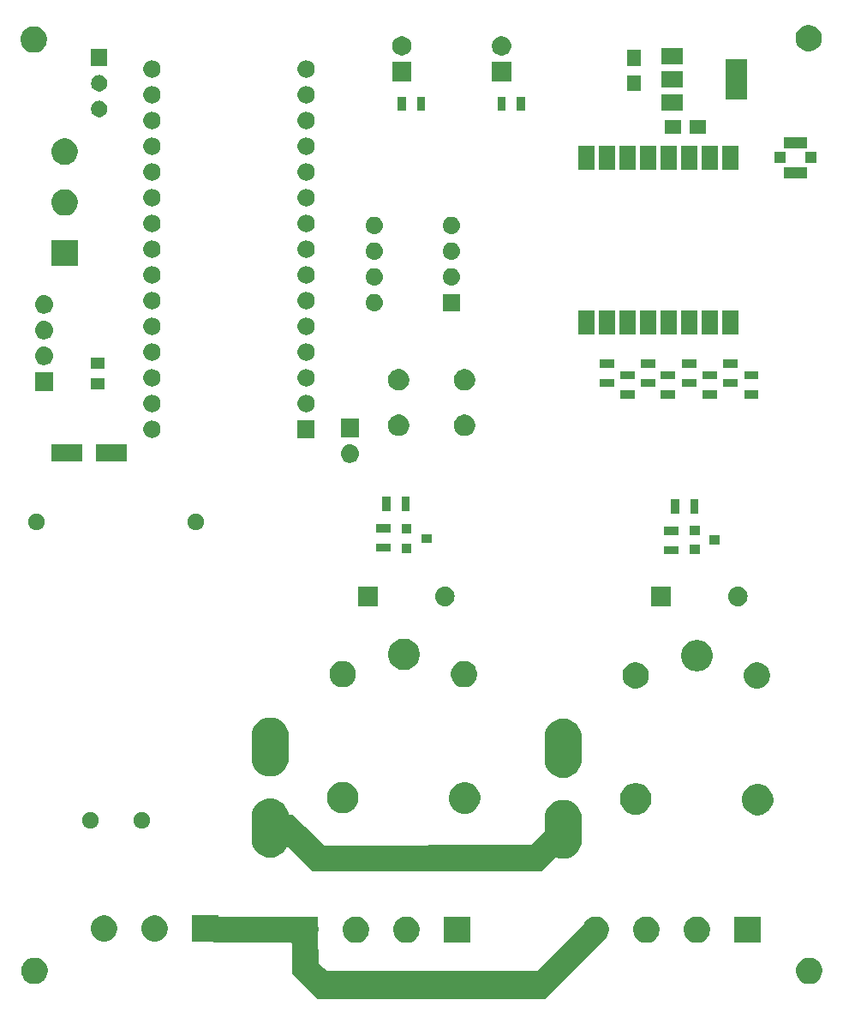
<source format=gbr>
G04 #@! TF.GenerationSoftware,KiCad,Pcbnew,5.1.2-f72e74a~84~ubuntu18.04.1*
G04 #@! TF.CreationDate,2019-06-24T12:10:09-06:00*
G04 #@! TF.ProjectId,LORA_Relay_AC,4c4f5241-5f52-4656-9c61-795f41432e6b,rev?*
G04 #@! TF.SameCoordinates,Original*
G04 #@! TF.FileFunction,Soldermask,Top*
G04 #@! TF.FilePolarity,Negative*
%FSLAX46Y46*%
G04 Gerber Fmt 4.6, Leading zero omitted, Abs format (unit mm)*
G04 Created by KiCad (PCBNEW 5.1.2-f72e74a~84~ubuntu18.04.1) date 2019-06-24 12:10:09*
%MOMM*%
%LPD*%
G04 APERTURE LIST*
%ADD10C,0.100000*%
G04 APERTURE END LIST*
D10*
G36*
X105107000Y-148211001D02*
G01*
X105109402Y-148235387D01*
X105116515Y-148258836D01*
X105128066Y-148280447D01*
X105143611Y-148299389D01*
X105162553Y-148314934D01*
X105184164Y-148326485D01*
X105207613Y-148333598D01*
X105231999Y-148336000D01*
X113401702Y-148336000D01*
X113426088Y-148333598D01*
X113569861Y-148305000D01*
X113826139Y-148305000D01*
X113969912Y-148333598D01*
X113994298Y-148336000D01*
X114935000Y-148336000D01*
X114935143Y-148341292D01*
X114960364Y-149274457D01*
X114962720Y-149295466D01*
X114999000Y-149477861D01*
X114999000Y-149734139D01*
X114978658Y-149836407D01*
X114976302Y-149864170D01*
X114985980Y-150222253D01*
X115056748Y-152840661D01*
X115060393Y-152975556D01*
X115063452Y-152999868D01*
X115071196Y-153023117D01*
X115083327Y-153044407D01*
X115099379Y-153062922D01*
X115109133Y-153071256D01*
X115840617Y-153633936D01*
X115853801Y-153644078D01*
X115874594Y-153657043D01*
X115897517Y-153665702D01*
X115930014Y-153670000D01*
X136537178Y-153670000D01*
X136561564Y-153667598D01*
X136585013Y-153660485D01*
X136606624Y-153648934D01*
X136625015Y-153633936D01*
X137203167Y-153062922D01*
X141173574Y-149141532D01*
X141189236Y-149122688D01*
X141201220Y-149100433D01*
X141247068Y-148989747D01*
X141389447Y-148776661D01*
X141570661Y-148595447D01*
X141578813Y-148590000D01*
X141783745Y-148453069D01*
X141783747Y-148453068D01*
X142020513Y-148354996D01*
X142271861Y-148305000D01*
X142528139Y-148305000D01*
X142779487Y-148354996D01*
X143016253Y-148453068D01*
X143016255Y-148453069D01*
X143221187Y-148590000D01*
X143229339Y-148595447D01*
X143410553Y-148776661D01*
X143552932Y-148989747D01*
X143651004Y-149226513D01*
X143701000Y-149477861D01*
X143701000Y-149734139D01*
X143651004Y-149985487D01*
X143552932Y-150222254D01*
X143525411Y-150263441D01*
X143513859Y-150285052D01*
X143506746Y-150308501D01*
X143504344Y-150332887D01*
X143506746Y-150357273D01*
X143509243Y-150367243D01*
X143510000Y-150368000D01*
X137414000Y-156464000D01*
X114935000Y-156464000D01*
X112395000Y-153924000D01*
X112395000Y-151000999D01*
X112392598Y-150976613D01*
X112385485Y-150953164D01*
X112373934Y-150931553D01*
X112358389Y-150912611D01*
X112339447Y-150897066D01*
X112317836Y-150885515D01*
X112294387Y-150878402D01*
X112270001Y-150876000D01*
X104648000Y-150876000D01*
X104648000Y-150873927D01*
X104646418Y-150868713D01*
X104637041Y-150846074D01*
X104623427Y-150825700D01*
X104606100Y-150808373D01*
X104585725Y-150794759D01*
X104563086Y-150785382D01*
X104526802Y-150780000D01*
X102505000Y-150780000D01*
X102505000Y-148178000D01*
X105107000Y-148178000D01*
X105107000Y-148211001D01*
X105107000Y-148211001D01*
G37*
G36*
X163891987Y-152418996D02*
G01*
X164128753Y-152517068D01*
X164128755Y-152517069D01*
X164341839Y-152659447D01*
X164523053Y-152840661D01*
X164659192Y-153044407D01*
X164665432Y-153053747D01*
X164763504Y-153290513D01*
X164813500Y-153541861D01*
X164813500Y-153798139D01*
X164763504Y-154049487D01*
X164665432Y-154286253D01*
X164665431Y-154286255D01*
X164523053Y-154499339D01*
X164341839Y-154680553D01*
X164128755Y-154822931D01*
X164128754Y-154822932D01*
X164128753Y-154822932D01*
X163891987Y-154921004D01*
X163640639Y-154971000D01*
X163384361Y-154971000D01*
X163133013Y-154921004D01*
X162896247Y-154822932D01*
X162896246Y-154822932D01*
X162896245Y-154822931D01*
X162683161Y-154680553D01*
X162501947Y-154499339D01*
X162359569Y-154286255D01*
X162359568Y-154286253D01*
X162261496Y-154049487D01*
X162211500Y-153798139D01*
X162211500Y-153541861D01*
X162261496Y-153290513D01*
X162359568Y-153053747D01*
X162365809Y-153044407D01*
X162501947Y-152840661D01*
X162683161Y-152659447D01*
X162896245Y-152517069D01*
X162896247Y-152517068D01*
X163133013Y-152418996D01*
X163384361Y-152369000D01*
X163640639Y-152369000D01*
X163891987Y-152418996D01*
X163891987Y-152418996D01*
G37*
G36*
X87310987Y-152418996D02*
G01*
X87547753Y-152517068D01*
X87547755Y-152517069D01*
X87760839Y-152659447D01*
X87942053Y-152840661D01*
X88078192Y-153044407D01*
X88084432Y-153053747D01*
X88182504Y-153290513D01*
X88232500Y-153541861D01*
X88232500Y-153798139D01*
X88182504Y-154049487D01*
X88084432Y-154286253D01*
X88084431Y-154286255D01*
X87942053Y-154499339D01*
X87760839Y-154680553D01*
X87547755Y-154822931D01*
X87547754Y-154822932D01*
X87547753Y-154822932D01*
X87310987Y-154921004D01*
X87059639Y-154971000D01*
X86803361Y-154971000D01*
X86552013Y-154921004D01*
X86315247Y-154822932D01*
X86315246Y-154822932D01*
X86315245Y-154822931D01*
X86102161Y-154680553D01*
X85920947Y-154499339D01*
X85778569Y-154286255D01*
X85778568Y-154286253D01*
X85680496Y-154049487D01*
X85630500Y-153798139D01*
X85630500Y-153541861D01*
X85680496Y-153290513D01*
X85778568Y-153053747D01*
X85784809Y-153044407D01*
X85920947Y-152840661D01*
X86102161Y-152659447D01*
X86315245Y-152517069D01*
X86315247Y-152517068D01*
X86552013Y-152418996D01*
X86803361Y-152369000D01*
X87059639Y-152369000D01*
X87310987Y-152418996D01*
X87310987Y-152418996D01*
G37*
G36*
X124077487Y-148354996D02*
G01*
X124314253Y-148453068D01*
X124314255Y-148453069D01*
X124519187Y-148590000D01*
X124527339Y-148595447D01*
X124708553Y-148776661D01*
X124850932Y-148989747D01*
X124949004Y-149226513D01*
X124999000Y-149477861D01*
X124999000Y-149734139D01*
X124949004Y-149985487D01*
X124903537Y-150095253D01*
X124850931Y-150222255D01*
X124708553Y-150435339D01*
X124527339Y-150616553D01*
X124314255Y-150758931D01*
X124314254Y-150758932D01*
X124314253Y-150758932D01*
X124077487Y-150857004D01*
X123826139Y-150907000D01*
X123569861Y-150907000D01*
X123318513Y-150857004D01*
X123081747Y-150758932D01*
X123081746Y-150758932D01*
X123081745Y-150758931D01*
X122868661Y-150616553D01*
X122687447Y-150435339D01*
X122545069Y-150222255D01*
X122492463Y-150095253D01*
X122446996Y-149985487D01*
X122397000Y-149734139D01*
X122397000Y-149477861D01*
X122446996Y-149226513D01*
X122545068Y-148989747D01*
X122687447Y-148776661D01*
X122868661Y-148595447D01*
X122876813Y-148590000D01*
X123081745Y-148453069D01*
X123081747Y-148453068D01*
X123318513Y-148354996D01*
X123569861Y-148305000D01*
X123826139Y-148305000D01*
X124077487Y-148354996D01*
X124077487Y-148354996D01*
G37*
G36*
X119077487Y-148354996D02*
G01*
X119314253Y-148453068D01*
X119314255Y-148453069D01*
X119519187Y-148590000D01*
X119527339Y-148595447D01*
X119708553Y-148776661D01*
X119850932Y-148989747D01*
X119949004Y-149226513D01*
X119999000Y-149477861D01*
X119999000Y-149734139D01*
X119949004Y-149985487D01*
X119903537Y-150095253D01*
X119850931Y-150222255D01*
X119708553Y-150435339D01*
X119527339Y-150616553D01*
X119314255Y-150758931D01*
X119314254Y-150758932D01*
X119314253Y-150758932D01*
X119077487Y-150857004D01*
X118826139Y-150907000D01*
X118569861Y-150907000D01*
X118318513Y-150857004D01*
X118081747Y-150758932D01*
X118081746Y-150758932D01*
X118081745Y-150758931D01*
X117868661Y-150616553D01*
X117687447Y-150435339D01*
X117545069Y-150222255D01*
X117492463Y-150095253D01*
X117446996Y-149985487D01*
X117397000Y-149734139D01*
X117397000Y-149477861D01*
X117446996Y-149226513D01*
X117545068Y-148989747D01*
X117687447Y-148776661D01*
X117868661Y-148595447D01*
X117876813Y-148590000D01*
X118081745Y-148453069D01*
X118081747Y-148453068D01*
X118318513Y-148354996D01*
X118569861Y-148305000D01*
X118826139Y-148305000D01*
X119077487Y-148354996D01*
X119077487Y-148354996D01*
G37*
G36*
X129999000Y-150907000D02*
G01*
X127397000Y-150907000D01*
X127397000Y-148305000D01*
X129999000Y-148305000D01*
X129999000Y-150907000D01*
X129999000Y-150907000D01*
G37*
G36*
X152779487Y-148354996D02*
G01*
X153016253Y-148453068D01*
X153016255Y-148453069D01*
X153221187Y-148590000D01*
X153229339Y-148595447D01*
X153410553Y-148776661D01*
X153552932Y-148989747D01*
X153651004Y-149226513D01*
X153701000Y-149477861D01*
X153701000Y-149734139D01*
X153651004Y-149985487D01*
X153605537Y-150095253D01*
X153552931Y-150222255D01*
X153410553Y-150435339D01*
X153229339Y-150616553D01*
X153016255Y-150758931D01*
X153016254Y-150758932D01*
X153016253Y-150758932D01*
X152779487Y-150857004D01*
X152528139Y-150907000D01*
X152271861Y-150907000D01*
X152020513Y-150857004D01*
X151783747Y-150758932D01*
X151783746Y-150758932D01*
X151783745Y-150758931D01*
X151570661Y-150616553D01*
X151389447Y-150435339D01*
X151247069Y-150222255D01*
X151194463Y-150095253D01*
X151148996Y-149985487D01*
X151099000Y-149734139D01*
X151099000Y-149477861D01*
X151148996Y-149226513D01*
X151247068Y-148989747D01*
X151389447Y-148776661D01*
X151570661Y-148595447D01*
X151578813Y-148590000D01*
X151783745Y-148453069D01*
X151783747Y-148453068D01*
X152020513Y-148354996D01*
X152271861Y-148305000D01*
X152528139Y-148305000D01*
X152779487Y-148354996D01*
X152779487Y-148354996D01*
G37*
G36*
X158701000Y-150907000D02*
G01*
X156099000Y-150907000D01*
X156099000Y-148305000D01*
X158701000Y-148305000D01*
X158701000Y-150907000D01*
X158701000Y-150907000D01*
G37*
G36*
X147779487Y-148354996D02*
G01*
X148016253Y-148453068D01*
X148016255Y-148453069D01*
X148221187Y-148590000D01*
X148229339Y-148595447D01*
X148410553Y-148776661D01*
X148552932Y-148989747D01*
X148651004Y-149226513D01*
X148701000Y-149477861D01*
X148701000Y-149734139D01*
X148651004Y-149985487D01*
X148605537Y-150095253D01*
X148552931Y-150222255D01*
X148410553Y-150435339D01*
X148229339Y-150616553D01*
X148016255Y-150758931D01*
X148016254Y-150758932D01*
X148016253Y-150758932D01*
X147779487Y-150857004D01*
X147528139Y-150907000D01*
X147271861Y-150907000D01*
X147020513Y-150857004D01*
X146783747Y-150758932D01*
X146783746Y-150758932D01*
X146783745Y-150758931D01*
X146570661Y-150616553D01*
X146389447Y-150435339D01*
X146247069Y-150222255D01*
X146194463Y-150095253D01*
X146148996Y-149985487D01*
X146099000Y-149734139D01*
X146099000Y-149477861D01*
X146148996Y-149226513D01*
X146247068Y-148989747D01*
X146389447Y-148776661D01*
X146570661Y-148595447D01*
X146578813Y-148590000D01*
X146783745Y-148453069D01*
X146783747Y-148453068D01*
X147020513Y-148354996D01*
X147271861Y-148305000D01*
X147528139Y-148305000D01*
X147779487Y-148354996D01*
X147779487Y-148354996D01*
G37*
G36*
X94185487Y-148227996D02*
G01*
X94395373Y-148314934D01*
X94422255Y-148326069D01*
X94635339Y-148468447D01*
X94816553Y-148649661D01*
X94901412Y-148776661D01*
X94958932Y-148862747D01*
X95057004Y-149099513D01*
X95107000Y-149350861D01*
X95107000Y-149607139D01*
X95057004Y-149858487D01*
X95004398Y-149985488D01*
X94958931Y-150095255D01*
X94816553Y-150308339D01*
X94635339Y-150489553D01*
X94422255Y-150631931D01*
X94422254Y-150631932D01*
X94422253Y-150631932D01*
X94185487Y-150730004D01*
X93934139Y-150780000D01*
X93677861Y-150780000D01*
X93426513Y-150730004D01*
X93189747Y-150631932D01*
X93189746Y-150631932D01*
X93189745Y-150631931D01*
X92976661Y-150489553D01*
X92795447Y-150308339D01*
X92653069Y-150095255D01*
X92607602Y-149985488D01*
X92554996Y-149858487D01*
X92505000Y-149607139D01*
X92505000Y-149350861D01*
X92554996Y-149099513D01*
X92653068Y-148862747D01*
X92710589Y-148776661D01*
X92795447Y-148649661D01*
X92976661Y-148468447D01*
X93189745Y-148326069D01*
X93216627Y-148314934D01*
X93426513Y-148227996D01*
X93677861Y-148178000D01*
X93934139Y-148178000D01*
X94185487Y-148227996D01*
X94185487Y-148227996D01*
G37*
G36*
X99185487Y-148227996D02*
G01*
X99395373Y-148314934D01*
X99422255Y-148326069D01*
X99635339Y-148468447D01*
X99816553Y-148649661D01*
X99901412Y-148776661D01*
X99958932Y-148862747D01*
X100057004Y-149099513D01*
X100107000Y-149350861D01*
X100107000Y-149607139D01*
X100057004Y-149858487D01*
X100004398Y-149985488D01*
X99958931Y-150095255D01*
X99816553Y-150308339D01*
X99635339Y-150489553D01*
X99422255Y-150631931D01*
X99422254Y-150631932D01*
X99422253Y-150631932D01*
X99185487Y-150730004D01*
X98934139Y-150780000D01*
X98677861Y-150780000D01*
X98426513Y-150730004D01*
X98189747Y-150631932D01*
X98189746Y-150631932D01*
X98189745Y-150631931D01*
X97976661Y-150489553D01*
X97795447Y-150308339D01*
X97653069Y-150095255D01*
X97607602Y-149985488D01*
X97554996Y-149858487D01*
X97505000Y-149607139D01*
X97505000Y-149350861D01*
X97554996Y-149099513D01*
X97653068Y-148862747D01*
X97710589Y-148776661D01*
X97795447Y-148649661D01*
X97976661Y-148468447D01*
X98189745Y-148326069D01*
X98216627Y-148314934D01*
X98426513Y-148227996D01*
X98677861Y-148178000D01*
X98934139Y-148178000D01*
X99185487Y-148227996D01*
X99185487Y-148227996D01*
G37*
G36*
X110594545Y-136690964D02*
G01*
X110725737Y-136730761D01*
X110890565Y-136780761D01*
X110939317Y-136795550D01*
X111257054Y-136965383D01*
X111535556Y-137193944D01*
X111764117Y-137472446D01*
X111933950Y-137790183D01*
X112038536Y-138134955D01*
X112043982Y-138190253D01*
X112048762Y-138214286D01*
X112058139Y-138236925D01*
X112071753Y-138257299D01*
X112089080Y-138274626D01*
X112109454Y-138288240D01*
X112132093Y-138297617D01*
X112156126Y-138302398D01*
X112168379Y-138303000D01*
X112522000Y-138303000D01*
X113673621Y-139442499D01*
X115501560Y-141251196D01*
X115520584Y-141266641D01*
X115542256Y-141278077D01*
X115565742Y-141285066D01*
X115589866Y-141287340D01*
X135965452Y-141224160D01*
X135989828Y-141221683D01*
X136013255Y-141214497D01*
X136034830Y-141202879D01*
X136053450Y-141187550D01*
X137326389Y-139914611D01*
X137341934Y-139895669D01*
X137353485Y-139874058D01*
X137360598Y-139850609D01*
X137363000Y-139826223D01*
X137363001Y-138530651D01*
X137389465Y-138261955D01*
X137494051Y-137917183D01*
X137663884Y-137599446D01*
X137892445Y-137320944D01*
X138170947Y-137092383D01*
X138488684Y-136922550D01*
X138537437Y-136907761D01*
X138702264Y-136857761D01*
X138833456Y-136817964D01*
X139192000Y-136782651D01*
X139550545Y-136817964D01*
X139681737Y-136857761D01*
X139846565Y-136907761D01*
X139895317Y-136922550D01*
X140213054Y-137092383D01*
X140491556Y-137320944D01*
X140720117Y-137599446D01*
X140889950Y-137917183D01*
X140994536Y-138261955D01*
X141021000Y-138530651D01*
X141021000Y-140869349D01*
X140994536Y-141138045D01*
X140889950Y-141482817D01*
X140720117Y-141800554D01*
X140491556Y-142079056D01*
X140213054Y-142307617D01*
X139895316Y-142477450D01*
X139895313Y-142477451D01*
X139852794Y-142490349D01*
X139550544Y-142582036D01*
X139192000Y-142617349D01*
X138833452Y-142582036D01*
X138528053Y-142489393D01*
X138504019Y-142484612D01*
X138479515Y-142484612D01*
X138455482Y-142489392D01*
X138432843Y-142498770D01*
X138412469Y-142512383D01*
X138403379Y-142520621D01*
X137033000Y-143891000D01*
X114427000Y-143891000D01*
X112038451Y-141502451D01*
X112019509Y-141486906D01*
X111997898Y-141475355D01*
X111974449Y-141468242D01*
X111950063Y-141465840D01*
X111925677Y-141468242D01*
X111902228Y-141475355D01*
X111880617Y-141486906D01*
X111861675Y-141502451D01*
X111846130Y-141521393D01*
X111839824Y-141531915D01*
X111764117Y-141673554D01*
X111535556Y-141952056D01*
X111257054Y-142180617D01*
X110939316Y-142350450D01*
X110594544Y-142455036D01*
X110236000Y-142490349D01*
X109877455Y-142455036D01*
X109532683Y-142350450D01*
X109214946Y-142180617D01*
X108936444Y-141952056D01*
X108707883Y-141673554D01*
X108538050Y-141355816D01*
X108433464Y-141011044D01*
X108407000Y-140742348D01*
X108407001Y-138403651D01*
X108433465Y-138134955D01*
X108538051Y-137790183D01*
X108707884Y-137472446D01*
X108936445Y-137193944D01*
X109214947Y-136965383D01*
X109532684Y-136795550D01*
X109581437Y-136780761D01*
X109746264Y-136730761D01*
X109877456Y-136690964D01*
X110236000Y-136655651D01*
X110594545Y-136690964D01*
X110594545Y-136690964D01*
G37*
G36*
X92693142Y-138029242D02*
G01*
X92841101Y-138090529D01*
X92974255Y-138179499D01*
X93087501Y-138292745D01*
X93176471Y-138425899D01*
X93237758Y-138573858D01*
X93269000Y-138730925D01*
X93269000Y-138891075D01*
X93237758Y-139048142D01*
X93176471Y-139196101D01*
X93087501Y-139329255D01*
X92974255Y-139442501D01*
X92841101Y-139531471D01*
X92693142Y-139592758D01*
X92536075Y-139624000D01*
X92375925Y-139624000D01*
X92218858Y-139592758D01*
X92070899Y-139531471D01*
X91937745Y-139442501D01*
X91824499Y-139329255D01*
X91735529Y-139196101D01*
X91674242Y-139048142D01*
X91643000Y-138891075D01*
X91643000Y-138730925D01*
X91674242Y-138573858D01*
X91735529Y-138425899D01*
X91824499Y-138292745D01*
X91937745Y-138179499D01*
X92070899Y-138090529D01*
X92218858Y-138029242D01*
X92375925Y-137998000D01*
X92536075Y-137998000D01*
X92693142Y-138029242D01*
X92693142Y-138029242D01*
G37*
G36*
X97773142Y-138029242D02*
G01*
X97921101Y-138090529D01*
X98054255Y-138179499D01*
X98167501Y-138292745D01*
X98256471Y-138425899D01*
X98317758Y-138573858D01*
X98349000Y-138730925D01*
X98349000Y-138891075D01*
X98317758Y-139048142D01*
X98256471Y-139196101D01*
X98167501Y-139329255D01*
X98054255Y-139442501D01*
X97921101Y-139531471D01*
X97773142Y-139592758D01*
X97616075Y-139624000D01*
X97455925Y-139624000D01*
X97298858Y-139592758D01*
X97150899Y-139531471D01*
X97017745Y-139442501D01*
X96904499Y-139329255D01*
X96815529Y-139196101D01*
X96754242Y-139048142D01*
X96723000Y-138891075D01*
X96723000Y-138730925D01*
X96754242Y-138573858D01*
X96815529Y-138425899D01*
X96904499Y-138292745D01*
X97017745Y-138179499D01*
X97150899Y-138090529D01*
X97298858Y-138029242D01*
X97455925Y-137998000D01*
X97616075Y-137998000D01*
X97773142Y-138029242D01*
X97773142Y-138029242D01*
G37*
G36*
X158601043Y-135213604D02*
G01*
X158852410Y-135263604D01*
X159134674Y-135380521D01*
X159388705Y-135550259D01*
X159604741Y-135766295D01*
X159774479Y-136020326D01*
X159891396Y-136302590D01*
X159891396Y-136302591D01*
X159941055Y-136552240D01*
X159951000Y-136602240D01*
X159951000Y-136907760D01*
X159891396Y-137207410D01*
X159774479Y-137489674D01*
X159604741Y-137743705D01*
X159388705Y-137959741D01*
X159134674Y-138129479D01*
X158852410Y-138246396D01*
X158710488Y-138274626D01*
X158552761Y-138306000D01*
X158247239Y-138306000D01*
X158089512Y-138274626D01*
X157947590Y-138246396D01*
X157665326Y-138129479D01*
X157411295Y-137959741D01*
X157195259Y-137743705D01*
X157025521Y-137489674D01*
X156908604Y-137207410D01*
X156849000Y-136907760D01*
X156849000Y-136602240D01*
X156858946Y-136552240D01*
X156908604Y-136302591D01*
X156908604Y-136302590D01*
X157025521Y-136020326D01*
X157195259Y-135766295D01*
X157411295Y-135550259D01*
X157665326Y-135380521D01*
X157947590Y-135263604D01*
X158198957Y-135213604D01*
X158247239Y-135204000D01*
X158552761Y-135204000D01*
X158601043Y-135213604D01*
X158601043Y-135213604D01*
G37*
G36*
X146652585Y-135183802D02*
G01*
X146802410Y-135213604D01*
X147084674Y-135330521D01*
X147338705Y-135500259D01*
X147554741Y-135716295D01*
X147724479Y-135970326D01*
X147841396Y-136252590D01*
X147851342Y-136302591D01*
X147901000Y-136552239D01*
X147901000Y-136857761D01*
X147879592Y-136965384D01*
X147841396Y-137157410D01*
X147724479Y-137439674D01*
X147554741Y-137693705D01*
X147338705Y-137909741D01*
X147084674Y-138079479D01*
X146802410Y-138196396D01*
X146652585Y-138226198D01*
X146502761Y-138256000D01*
X146197239Y-138256000D01*
X146047415Y-138226198D01*
X145897590Y-138196396D01*
X145615326Y-138079479D01*
X145361295Y-137909741D01*
X145145259Y-137693705D01*
X144975521Y-137439674D01*
X144858604Y-137157410D01*
X144820408Y-136965384D01*
X144799000Y-136857761D01*
X144799000Y-136552239D01*
X144848658Y-136302591D01*
X144858604Y-136252590D01*
X144975521Y-135970326D01*
X145145259Y-135716295D01*
X145361295Y-135500259D01*
X145615326Y-135330521D01*
X145897590Y-135213604D01*
X146047415Y-135183802D01*
X146197239Y-135154000D01*
X146502761Y-135154000D01*
X146652585Y-135183802D01*
X146652585Y-135183802D01*
G37*
G36*
X129645043Y-135086604D02*
G01*
X129896410Y-135136604D01*
X130178674Y-135253521D01*
X130432705Y-135423259D01*
X130648741Y-135639295D01*
X130818479Y-135893326D01*
X130935396Y-136175590D01*
X130935396Y-136175591D01*
X130995000Y-136475239D01*
X130995000Y-136780761D01*
X130979684Y-136857760D01*
X130935396Y-137080410D01*
X130818479Y-137362674D01*
X130648741Y-137616705D01*
X130432705Y-137832741D01*
X130178674Y-138002479D01*
X129896410Y-138119396D01*
X129746585Y-138149198D01*
X129596761Y-138179000D01*
X129291239Y-138179000D01*
X129141415Y-138149198D01*
X128991590Y-138119396D01*
X128709326Y-138002479D01*
X128455295Y-137832741D01*
X128239259Y-137616705D01*
X128069521Y-137362674D01*
X127952604Y-137080410D01*
X127908316Y-136857760D01*
X127893000Y-136780761D01*
X127893000Y-136475239D01*
X127952604Y-136175591D01*
X127952604Y-136175590D01*
X128069521Y-135893326D01*
X128239259Y-135639295D01*
X128455295Y-135423259D01*
X128709326Y-135253521D01*
X128991590Y-135136604D01*
X129242957Y-135086604D01*
X129291239Y-135077000D01*
X129596761Y-135077000D01*
X129645043Y-135086604D01*
X129645043Y-135086604D01*
G37*
G36*
X117696585Y-135056802D02*
G01*
X117846410Y-135086604D01*
X118128674Y-135203521D01*
X118382705Y-135373259D01*
X118598741Y-135589295D01*
X118768479Y-135843326D01*
X118885396Y-136125590D01*
X118895342Y-136175591D01*
X118945000Y-136425239D01*
X118945000Y-136730761D01*
X118927654Y-136817964D01*
X118885396Y-137030410D01*
X118768479Y-137312674D01*
X118598741Y-137566705D01*
X118382705Y-137782741D01*
X118128674Y-137952479D01*
X117846410Y-138069396D01*
X117795719Y-138079479D01*
X117546761Y-138129000D01*
X117241239Y-138129000D01*
X116992281Y-138079479D01*
X116941590Y-138069396D01*
X116659326Y-137952479D01*
X116405295Y-137782741D01*
X116189259Y-137566705D01*
X116019521Y-137312674D01*
X115902604Y-137030410D01*
X115860346Y-136817964D01*
X115843000Y-136730761D01*
X115843000Y-136425239D01*
X115892658Y-136175591D01*
X115902604Y-136125590D01*
X116019521Y-135843326D01*
X116189259Y-135589295D01*
X116405295Y-135373259D01*
X116659326Y-135203521D01*
X116941590Y-135086604D01*
X117091415Y-135056802D01*
X117241239Y-135027000D01*
X117546761Y-135027000D01*
X117696585Y-135056802D01*
X117696585Y-135056802D01*
G37*
G36*
X139550545Y-128817964D02*
G01*
X139895317Y-128922550D01*
X140213054Y-129092383D01*
X140491556Y-129320944D01*
X140720117Y-129599446D01*
X140889950Y-129917183D01*
X140994536Y-130261955D01*
X141021000Y-130530651D01*
X141021000Y-132869349D01*
X140994536Y-133138045D01*
X140889950Y-133482817D01*
X140720117Y-133800554D01*
X140491556Y-134079056D01*
X140213054Y-134307617D01*
X139895316Y-134477450D01*
X139550544Y-134582036D01*
X139192000Y-134617349D01*
X138833455Y-134582036D01*
X138488683Y-134477450D01*
X138170946Y-134307617D01*
X137892444Y-134079056D01*
X137663883Y-133800554D01*
X137494050Y-133482816D01*
X137389464Y-133138044D01*
X137363000Y-132869348D01*
X137363001Y-130530651D01*
X137389465Y-130261955D01*
X137494051Y-129917183D01*
X137663884Y-129599446D01*
X137892445Y-129320944D01*
X138170947Y-129092383D01*
X138488684Y-128922550D01*
X138833456Y-128817964D01*
X139192000Y-128782651D01*
X139550545Y-128817964D01*
X139550545Y-128817964D01*
G37*
G36*
X110594545Y-128690964D02*
G01*
X110939317Y-128795550D01*
X111257054Y-128965383D01*
X111535556Y-129193944D01*
X111764117Y-129472446D01*
X111933950Y-129790183D01*
X112038536Y-130134955D01*
X112065000Y-130403651D01*
X112065000Y-132742349D01*
X112038536Y-133011045D01*
X111933950Y-133355817D01*
X111764117Y-133673554D01*
X111535556Y-133952056D01*
X111257054Y-134180617D01*
X110939316Y-134350450D01*
X110594544Y-134455036D01*
X110236000Y-134490349D01*
X109877455Y-134455036D01*
X109532683Y-134350450D01*
X109214946Y-134180617D01*
X108936444Y-133952056D01*
X108707883Y-133673554D01*
X108538050Y-133355816D01*
X108433464Y-133011044D01*
X108407000Y-132742348D01*
X108407001Y-130403651D01*
X108433465Y-130134955D01*
X108538051Y-129790183D01*
X108707884Y-129472446D01*
X108936445Y-129193944D01*
X109214947Y-128965383D01*
X109532684Y-128795550D01*
X109877456Y-128690964D01*
X110236000Y-128655651D01*
X110594545Y-128690964D01*
X110594545Y-128690964D01*
G37*
G36*
X146729487Y-123253996D02*
G01*
X146966253Y-123352068D01*
X146966255Y-123352069D01*
X147179339Y-123494447D01*
X147360553Y-123675661D01*
X147502932Y-123888747D01*
X147601004Y-124125513D01*
X147651000Y-124376861D01*
X147651000Y-124633139D01*
X147601004Y-124884487D01*
X147555537Y-124994253D01*
X147502931Y-125121255D01*
X147360553Y-125334339D01*
X147179339Y-125515553D01*
X146966255Y-125657931D01*
X146966254Y-125657932D01*
X146966253Y-125657932D01*
X146729487Y-125756004D01*
X146478139Y-125806000D01*
X146221861Y-125806000D01*
X145970513Y-125756004D01*
X145733747Y-125657932D01*
X145733746Y-125657932D01*
X145733745Y-125657931D01*
X145520661Y-125515553D01*
X145339447Y-125334339D01*
X145197069Y-125121255D01*
X145144463Y-124994253D01*
X145098996Y-124884487D01*
X145049000Y-124633139D01*
X145049000Y-124376861D01*
X145098996Y-124125513D01*
X145197068Y-123888747D01*
X145339447Y-123675661D01*
X145520661Y-123494447D01*
X145733745Y-123352069D01*
X145733747Y-123352068D01*
X145970513Y-123253996D01*
X146221861Y-123204000D01*
X146478139Y-123204000D01*
X146729487Y-123253996D01*
X146729487Y-123253996D01*
G37*
G36*
X158729487Y-123253996D02*
G01*
X158966253Y-123352068D01*
X158966255Y-123352069D01*
X159179339Y-123494447D01*
X159360553Y-123675661D01*
X159502932Y-123888747D01*
X159601004Y-124125513D01*
X159651000Y-124376861D01*
X159651000Y-124633139D01*
X159601004Y-124884487D01*
X159555537Y-124994253D01*
X159502931Y-125121255D01*
X159360553Y-125334339D01*
X159179339Y-125515553D01*
X158966255Y-125657931D01*
X158966254Y-125657932D01*
X158966253Y-125657932D01*
X158729487Y-125756004D01*
X158478139Y-125806000D01*
X158221861Y-125806000D01*
X157970513Y-125756004D01*
X157733747Y-125657932D01*
X157733746Y-125657932D01*
X157733745Y-125657931D01*
X157520661Y-125515553D01*
X157339447Y-125334339D01*
X157197069Y-125121255D01*
X157144463Y-124994253D01*
X157098996Y-124884487D01*
X157049000Y-124633139D01*
X157049000Y-124376861D01*
X157098996Y-124125513D01*
X157197068Y-123888747D01*
X157339447Y-123675661D01*
X157520661Y-123494447D01*
X157733745Y-123352069D01*
X157733747Y-123352068D01*
X157970513Y-123253996D01*
X158221861Y-123204000D01*
X158478139Y-123204000D01*
X158729487Y-123253996D01*
X158729487Y-123253996D01*
G37*
G36*
X129773487Y-123126996D02*
G01*
X130010253Y-123225068D01*
X130010255Y-123225069D01*
X130223339Y-123367447D01*
X130404553Y-123548661D01*
X130489412Y-123675661D01*
X130546932Y-123761747D01*
X130645004Y-123998513D01*
X130695000Y-124249861D01*
X130695000Y-124506139D01*
X130645004Y-124757487D01*
X130592398Y-124884488D01*
X130546931Y-124994255D01*
X130404553Y-125207339D01*
X130223339Y-125388553D01*
X130010255Y-125530931D01*
X130010254Y-125530932D01*
X130010253Y-125530932D01*
X129773487Y-125629004D01*
X129522139Y-125679000D01*
X129265861Y-125679000D01*
X129014513Y-125629004D01*
X128777747Y-125530932D01*
X128777746Y-125530932D01*
X128777745Y-125530931D01*
X128564661Y-125388553D01*
X128383447Y-125207339D01*
X128241069Y-124994255D01*
X128195602Y-124884488D01*
X128142996Y-124757487D01*
X128093000Y-124506139D01*
X128093000Y-124249861D01*
X128142996Y-123998513D01*
X128241068Y-123761747D01*
X128298589Y-123675661D01*
X128383447Y-123548661D01*
X128564661Y-123367447D01*
X128777745Y-123225069D01*
X128777747Y-123225068D01*
X129014513Y-123126996D01*
X129265861Y-123077000D01*
X129522139Y-123077000D01*
X129773487Y-123126996D01*
X129773487Y-123126996D01*
G37*
G36*
X117773487Y-123126996D02*
G01*
X118010253Y-123225068D01*
X118010255Y-123225069D01*
X118223339Y-123367447D01*
X118404553Y-123548661D01*
X118489412Y-123675661D01*
X118546932Y-123761747D01*
X118645004Y-123998513D01*
X118695000Y-124249861D01*
X118695000Y-124506139D01*
X118645004Y-124757487D01*
X118592398Y-124884488D01*
X118546931Y-124994255D01*
X118404553Y-125207339D01*
X118223339Y-125388553D01*
X118010255Y-125530931D01*
X118010254Y-125530932D01*
X118010253Y-125530932D01*
X117773487Y-125629004D01*
X117522139Y-125679000D01*
X117265861Y-125679000D01*
X117014513Y-125629004D01*
X116777747Y-125530932D01*
X116777746Y-125530932D01*
X116777745Y-125530931D01*
X116564661Y-125388553D01*
X116383447Y-125207339D01*
X116241069Y-124994255D01*
X116195602Y-124884488D01*
X116142996Y-124757487D01*
X116093000Y-124506139D01*
X116093000Y-124249861D01*
X116142996Y-123998513D01*
X116241068Y-123761747D01*
X116298589Y-123675661D01*
X116383447Y-123548661D01*
X116564661Y-123367447D01*
X116777745Y-123225069D01*
X116777747Y-123225068D01*
X117014513Y-123126996D01*
X117265861Y-123077000D01*
X117522139Y-123077000D01*
X117773487Y-123126996D01*
X117773487Y-123126996D01*
G37*
G36*
X152702585Y-121033802D02*
G01*
X152852410Y-121063604D01*
X153134674Y-121180521D01*
X153388705Y-121350259D01*
X153604741Y-121566295D01*
X153774479Y-121820326D01*
X153891396Y-122102590D01*
X153951000Y-122402240D01*
X153951000Y-122707760D01*
X153891396Y-123007410D01*
X153774479Y-123289674D01*
X153604741Y-123543705D01*
X153388705Y-123759741D01*
X153134674Y-123929479D01*
X152852410Y-124046396D01*
X152702585Y-124076198D01*
X152552761Y-124106000D01*
X152247239Y-124106000D01*
X152097415Y-124076198D01*
X151947590Y-124046396D01*
X151665326Y-123929479D01*
X151411295Y-123759741D01*
X151195259Y-123543705D01*
X151025521Y-123289674D01*
X150908604Y-123007410D01*
X150849000Y-122707760D01*
X150849000Y-122402240D01*
X150908604Y-122102590D01*
X151025521Y-121820326D01*
X151195259Y-121566295D01*
X151411295Y-121350259D01*
X151665326Y-121180521D01*
X151947590Y-121063604D01*
X152097415Y-121033802D01*
X152247239Y-121004000D01*
X152552761Y-121004000D01*
X152702585Y-121033802D01*
X152702585Y-121033802D01*
G37*
G36*
X123746585Y-120906802D02*
G01*
X123896410Y-120936604D01*
X124178674Y-121053521D01*
X124432705Y-121223259D01*
X124648741Y-121439295D01*
X124818479Y-121693326D01*
X124935396Y-121975590D01*
X124995000Y-122275240D01*
X124995000Y-122580760D01*
X124935396Y-122880410D01*
X124818479Y-123162674D01*
X124648741Y-123416705D01*
X124432705Y-123632741D01*
X124178674Y-123802479D01*
X123896410Y-123919396D01*
X123845719Y-123929479D01*
X123596761Y-123979000D01*
X123291239Y-123979000D01*
X123042281Y-123929479D01*
X122991590Y-123919396D01*
X122709326Y-123802479D01*
X122455295Y-123632741D01*
X122239259Y-123416705D01*
X122069521Y-123162674D01*
X121952604Y-122880410D01*
X121893000Y-122580760D01*
X121893000Y-122275240D01*
X121952604Y-121975590D01*
X122069521Y-121693326D01*
X122239259Y-121439295D01*
X122455295Y-121223259D01*
X122709326Y-121053521D01*
X122991590Y-120936604D01*
X123141415Y-120906802D01*
X123291239Y-120877000D01*
X123596761Y-120877000D01*
X123746585Y-120906802D01*
X123746585Y-120906802D01*
G37*
G36*
X156650425Y-115775760D02*
G01*
X156650428Y-115775761D01*
X156650429Y-115775761D01*
X156829693Y-115830140D01*
X156829696Y-115830142D01*
X156829697Y-115830142D01*
X156994903Y-115918446D01*
X157139712Y-116037288D01*
X157258554Y-116182097D01*
X157346858Y-116347303D01*
X157346860Y-116347307D01*
X157401239Y-116526571D01*
X157401240Y-116526575D01*
X157419601Y-116713000D01*
X157401240Y-116899425D01*
X157401239Y-116899428D01*
X157401239Y-116899429D01*
X157346860Y-117078693D01*
X157346858Y-117078696D01*
X157346858Y-117078697D01*
X157258554Y-117243903D01*
X157139712Y-117388712D01*
X156994903Y-117507554D01*
X156829697Y-117595858D01*
X156829693Y-117595860D01*
X156650429Y-117650239D01*
X156650428Y-117650239D01*
X156650425Y-117650240D01*
X156510718Y-117664000D01*
X156417282Y-117664000D01*
X156277575Y-117650240D01*
X156277572Y-117650239D01*
X156277571Y-117650239D01*
X156098307Y-117595860D01*
X156098303Y-117595858D01*
X155933097Y-117507554D01*
X155788288Y-117388712D01*
X155669446Y-117243903D01*
X155581142Y-117078697D01*
X155581142Y-117078696D01*
X155581140Y-117078693D01*
X155526761Y-116899429D01*
X155526761Y-116899428D01*
X155526760Y-116899425D01*
X155508399Y-116713000D01*
X155526760Y-116526575D01*
X155526761Y-116526571D01*
X155581140Y-116347307D01*
X155581142Y-116347303D01*
X155669446Y-116182097D01*
X155788288Y-116037288D01*
X155933097Y-115918446D01*
X156098303Y-115830142D01*
X156098304Y-115830142D01*
X156098307Y-115830140D01*
X156277571Y-115775761D01*
X156277572Y-115775761D01*
X156277575Y-115775760D01*
X156417282Y-115762000D01*
X156510718Y-115762000D01*
X156650425Y-115775760D01*
X156650425Y-115775760D01*
G37*
G36*
X149795000Y-117664000D02*
G01*
X147893000Y-117664000D01*
X147893000Y-115762000D01*
X149795000Y-115762000D01*
X149795000Y-117664000D01*
X149795000Y-117664000D01*
G37*
G36*
X127694425Y-115775760D02*
G01*
X127694428Y-115775761D01*
X127694429Y-115775761D01*
X127873693Y-115830140D01*
X127873696Y-115830142D01*
X127873697Y-115830142D01*
X128038903Y-115918446D01*
X128183712Y-116037288D01*
X128302554Y-116182097D01*
X128390858Y-116347303D01*
X128390860Y-116347307D01*
X128445239Y-116526571D01*
X128445240Y-116526575D01*
X128463601Y-116713000D01*
X128445240Y-116899425D01*
X128445239Y-116899428D01*
X128445239Y-116899429D01*
X128390860Y-117078693D01*
X128390858Y-117078696D01*
X128390858Y-117078697D01*
X128302554Y-117243903D01*
X128183712Y-117388712D01*
X128038903Y-117507554D01*
X127873697Y-117595858D01*
X127873693Y-117595860D01*
X127694429Y-117650239D01*
X127694428Y-117650239D01*
X127694425Y-117650240D01*
X127554718Y-117664000D01*
X127461282Y-117664000D01*
X127321575Y-117650240D01*
X127321572Y-117650239D01*
X127321571Y-117650239D01*
X127142307Y-117595860D01*
X127142303Y-117595858D01*
X126977097Y-117507554D01*
X126832288Y-117388712D01*
X126713446Y-117243903D01*
X126625142Y-117078697D01*
X126625142Y-117078696D01*
X126625140Y-117078693D01*
X126570761Y-116899429D01*
X126570761Y-116899428D01*
X126570760Y-116899425D01*
X126552399Y-116713000D01*
X126570760Y-116526575D01*
X126570761Y-116526571D01*
X126625140Y-116347307D01*
X126625142Y-116347303D01*
X126713446Y-116182097D01*
X126832288Y-116037288D01*
X126977097Y-115918446D01*
X127142303Y-115830142D01*
X127142304Y-115830142D01*
X127142307Y-115830140D01*
X127321571Y-115775761D01*
X127321572Y-115775761D01*
X127321575Y-115775760D01*
X127461282Y-115762000D01*
X127554718Y-115762000D01*
X127694425Y-115775760D01*
X127694425Y-115775760D01*
G37*
G36*
X120839000Y-117664000D02*
G01*
X118937000Y-117664000D01*
X118937000Y-115762000D01*
X120839000Y-115762000D01*
X120839000Y-117664000D01*
X120839000Y-117664000D01*
G37*
G36*
X150561000Y-112537000D02*
G01*
X149159000Y-112537000D01*
X149159000Y-111735000D01*
X150561000Y-111735000D01*
X150561000Y-112537000D01*
X150561000Y-112537000D01*
G37*
G36*
X152679000Y-112526000D02*
G01*
X151677000Y-112526000D01*
X151677000Y-111624000D01*
X152679000Y-111624000D01*
X152679000Y-112526000D01*
X152679000Y-112526000D01*
G37*
G36*
X124215000Y-112399000D02*
G01*
X123213000Y-112399000D01*
X123213000Y-111497000D01*
X124215000Y-111497000D01*
X124215000Y-112399000D01*
X124215000Y-112399000D01*
G37*
G36*
X122113000Y-112288001D02*
G01*
X120711000Y-112288001D01*
X120711000Y-111486001D01*
X122113000Y-111486001D01*
X122113000Y-112288001D01*
X122113000Y-112288001D01*
G37*
G36*
X154679000Y-111576000D02*
G01*
X153677000Y-111576000D01*
X153677000Y-110674000D01*
X154679000Y-110674000D01*
X154679000Y-111576000D01*
X154679000Y-111576000D01*
G37*
G36*
X126215000Y-111449000D02*
G01*
X125213000Y-111449000D01*
X125213000Y-110547000D01*
X126215000Y-110547000D01*
X126215000Y-111449000D01*
X126215000Y-111449000D01*
G37*
G36*
X150561000Y-110637000D02*
G01*
X149159000Y-110637000D01*
X149159000Y-109835000D01*
X150561000Y-109835000D01*
X150561000Y-110637000D01*
X150561000Y-110637000D01*
G37*
G36*
X152679000Y-110626000D02*
G01*
X151677000Y-110626000D01*
X151677000Y-109724000D01*
X152679000Y-109724000D01*
X152679000Y-110626000D01*
X152679000Y-110626000D01*
G37*
G36*
X124215000Y-110499000D02*
G01*
X123213000Y-110499000D01*
X123213000Y-109597000D01*
X124215000Y-109597000D01*
X124215000Y-110499000D01*
X124215000Y-110499000D01*
G37*
G36*
X122113000Y-110388001D02*
G01*
X120711000Y-110388001D01*
X120711000Y-109586001D01*
X122113000Y-109586001D01*
X122113000Y-110388001D01*
X122113000Y-110388001D01*
G37*
G36*
X87359142Y-108565242D02*
G01*
X87507101Y-108626529D01*
X87640255Y-108715499D01*
X87753501Y-108828745D01*
X87842471Y-108961899D01*
X87903758Y-109109858D01*
X87935000Y-109266925D01*
X87935000Y-109427075D01*
X87903758Y-109584142D01*
X87842471Y-109732101D01*
X87753501Y-109865255D01*
X87640255Y-109978501D01*
X87507101Y-110067471D01*
X87359142Y-110128758D01*
X87202075Y-110160000D01*
X87041925Y-110160000D01*
X86884858Y-110128758D01*
X86736899Y-110067471D01*
X86603745Y-109978501D01*
X86490499Y-109865255D01*
X86401529Y-109732101D01*
X86340242Y-109584142D01*
X86309000Y-109427075D01*
X86309000Y-109266925D01*
X86340242Y-109109858D01*
X86401529Y-108961899D01*
X86490499Y-108828745D01*
X86603745Y-108715499D01*
X86736899Y-108626529D01*
X86884858Y-108565242D01*
X87041925Y-108534000D01*
X87202075Y-108534000D01*
X87359142Y-108565242D01*
X87359142Y-108565242D01*
G37*
G36*
X103107142Y-108565242D02*
G01*
X103255101Y-108626529D01*
X103388255Y-108715499D01*
X103501501Y-108828745D01*
X103590471Y-108961899D01*
X103651758Y-109109858D01*
X103683000Y-109266925D01*
X103683000Y-109427075D01*
X103651758Y-109584142D01*
X103590471Y-109732101D01*
X103501501Y-109865255D01*
X103388255Y-109978501D01*
X103255101Y-110067471D01*
X103107142Y-110128758D01*
X102950075Y-110160000D01*
X102789925Y-110160000D01*
X102632858Y-110128758D01*
X102484899Y-110067471D01*
X102351745Y-109978501D01*
X102238499Y-109865255D01*
X102149529Y-109732101D01*
X102088242Y-109584142D01*
X102057000Y-109427075D01*
X102057000Y-109266925D01*
X102088242Y-109109858D01*
X102149529Y-108961899D01*
X102238499Y-108828745D01*
X102351745Y-108715499D01*
X102484899Y-108626529D01*
X102632858Y-108565242D01*
X102789925Y-108534000D01*
X102950075Y-108534000D01*
X103107142Y-108565242D01*
X103107142Y-108565242D01*
G37*
G36*
X152547001Y-108524000D02*
G01*
X151745001Y-108524000D01*
X151745001Y-107122000D01*
X152547001Y-107122000D01*
X152547001Y-108524000D01*
X152547001Y-108524000D01*
G37*
G36*
X150647001Y-108524000D02*
G01*
X149845001Y-108524000D01*
X149845001Y-107122000D01*
X150647001Y-107122000D01*
X150647001Y-108524000D01*
X150647001Y-108524000D01*
G37*
G36*
X122133000Y-108270000D02*
G01*
X121331000Y-108270000D01*
X121331000Y-106868000D01*
X122133000Y-106868000D01*
X122133000Y-108270000D01*
X122133000Y-108270000D01*
G37*
G36*
X124033000Y-108270000D02*
G01*
X123231000Y-108270000D01*
X123231000Y-106868000D01*
X124033000Y-106868000D01*
X124033000Y-108270000D01*
X124033000Y-108270000D01*
G37*
G36*
X118220443Y-101721519D02*
G01*
X118286627Y-101728037D01*
X118456466Y-101779557D01*
X118612991Y-101863222D01*
X118648729Y-101892552D01*
X118750186Y-101975814D01*
X118833448Y-102077271D01*
X118862778Y-102113009D01*
X118946443Y-102269534D01*
X118997963Y-102439373D01*
X119015359Y-102616000D01*
X118997963Y-102792627D01*
X118946443Y-102962466D01*
X118862778Y-103118991D01*
X118833448Y-103154729D01*
X118750186Y-103256186D01*
X118648729Y-103339448D01*
X118612991Y-103368778D01*
X118456466Y-103452443D01*
X118286627Y-103503963D01*
X118220443Y-103510481D01*
X118154260Y-103517000D01*
X118065740Y-103517000D01*
X117999558Y-103510482D01*
X117933373Y-103503963D01*
X117763534Y-103452443D01*
X117607009Y-103368778D01*
X117571271Y-103339448D01*
X117469814Y-103256186D01*
X117386552Y-103154729D01*
X117357222Y-103118991D01*
X117273557Y-102962466D01*
X117222037Y-102792627D01*
X117204641Y-102616000D01*
X117222037Y-102439373D01*
X117273557Y-102269534D01*
X117357222Y-102113009D01*
X117386552Y-102077271D01*
X117469814Y-101975814D01*
X117571271Y-101892552D01*
X117607009Y-101863222D01*
X117763534Y-101779557D01*
X117933373Y-101728037D01*
X117999558Y-101721518D01*
X118065740Y-101715000D01*
X118154260Y-101715000D01*
X118220443Y-101721519D01*
X118220443Y-101721519D01*
G37*
G36*
X96102500Y-103403500D02*
G01*
X93000500Y-103403500D01*
X93000500Y-101701500D01*
X96102500Y-101701500D01*
X96102500Y-103403500D01*
X96102500Y-103403500D01*
G37*
G36*
X91702500Y-103403500D02*
G01*
X88600500Y-103403500D01*
X88600500Y-101701500D01*
X91702500Y-101701500D01*
X91702500Y-103403500D01*
X91702500Y-103403500D01*
G37*
G36*
X98718823Y-99364313D02*
G01*
X98879242Y-99412976D01*
X99011906Y-99483886D01*
X99027078Y-99491996D01*
X99156659Y-99598341D01*
X99263004Y-99727922D01*
X99263005Y-99727924D01*
X99342024Y-99875758D01*
X99390687Y-100036177D01*
X99407117Y-100203000D01*
X99390687Y-100369823D01*
X99342024Y-100530242D01*
X99288774Y-100629866D01*
X99263004Y-100678078D01*
X99156659Y-100807659D01*
X99027078Y-100914004D01*
X99027076Y-100914005D01*
X98879242Y-100993024D01*
X98718823Y-101041687D01*
X98593804Y-101054000D01*
X98510196Y-101054000D01*
X98385177Y-101041687D01*
X98224758Y-100993024D01*
X98076924Y-100914005D01*
X98076922Y-100914004D01*
X97947341Y-100807659D01*
X97840996Y-100678078D01*
X97815226Y-100629866D01*
X97761976Y-100530242D01*
X97713313Y-100369823D01*
X97696883Y-100203000D01*
X97713313Y-100036177D01*
X97761976Y-99875758D01*
X97840995Y-99727924D01*
X97840996Y-99727922D01*
X97947341Y-99598341D01*
X98076922Y-99491996D01*
X98092094Y-99483886D01*
X98224758Y-99412976D01*
X98385177Y-99364313D01*
X98510196Y-99352000D01*
X98593804Y-99352000D01*
X98718823Y-99364313D01*
X98718823Y-99364313D01*
G37*
G36*
X114643000Y-101054000D02*
G01*
X112941000Y-101054000D01*
X112941000Y-99352000D01*
X114643000Y-99352000D01*
X114643000Y-101054000D01*
X114643000Y-101054000D01*
G37*
G36*
X119011000Y-100977000D02*
G01*
X117209000Y-100977000D01*
X117209000Y-99175000D01*
X119011000Y-99175000D01*
X119011000Y-100977000D01*
X119011000Y-100977000D01*
G37*
G36*
X129742564Y-98802890D02*
G01*
X129933833Y-98882116D01*
X129933835Y-98882117D01*
X130105973Y-98997136D01*
X130252365Y-99143528D01*
X130367385Y-99315668D01*
X130446611Y-99506937D01*
X130487000Y-99709985D01*
X130487000Y-99917017D01*
X130446611Y-100120065D01*
X130412258Y-100203000D01*
X130367384Y-100311336D01*
X130252365Y-100483474D01*
X130105973Y-100629866D01*
X129933835Y-100744885D01*
X129933834Y-100744886D01*
X129933833Y-100744886D01*
X129742564Y-100824112D01*
X129539516Y-100864501D01*
X129332484Y-100864501D01*
X129129436Y-100824112D01*
X128938167Y-100744886D01*
X128938166Y-100744886D01*
X128938165Y-100744885D01*
X128766027Y-100629866D01*
X128619635Y-100483474D01*
X128504616Y-100311336D01*
X128459742Y-100203000D01*
X128425389Y-100120065D01*
X128385000Y-99917017D01*
X128385000Y-99709985D01*
X128425389Y-99506937D01*
X128504615Y-99315668D01*
X128619635Y-99143528D01*
X128766027Y-98997136D01*
X128938165Y-98882117D01*
X128938167Y-98882116D01*
X129129436Y-98802890D01*
X129332484Y-98762501D01*
X129539516Y-98762501D01*
X129742564Y-98802890D01*
X129742564Y-98802890D01*
G37*
G36*
X123242564Y-98802890D02*
G01*
X123433833Y-98882116D01*
X123433835Y-98882117D01*
X123605973Y-98997136D01*
X123752365Y-99143528D01*
X123867385Y-99315668D01*
X123946611Y-99506937D01*
X123987000Y-99709985D01*
X123987000Y-99917017D01*
X123946611Y-100120065D01*
X123912258Y-100203000D01*
X123867384Y-100311336D01*
X123752365Y-100483474D01*
X123605973Y-100629866D01*
X123433835Y-100744885D01*
X123433834Y-100744886D01*
X123433833Y-100744886D01*
X123242564Y-100824112D01*
X123039516Y-100864501D01*
X122832484Y-100864501D01*
X122629436Y-100824112D01*
X122438167Y-100744886D01*
X122438166Y-100744886D01*
X122438165Y-100744885D01*
X122266027Y-100629866D01*
X122119635Y-100483474D01*
X122004616Y-100311336D01*
X121959742Y-100203000D01*
X121925389Y-100120065D01*
X121885000Y-99917017D01*
X121885000Y-99709985D01*
X121925389Y-99506937D01*
X122004615Y-99315668D01*
X122119635Y-99143528D01*
X122266027Y-98997136D01*
X122438165Y-98882117D01*
X122438167Y-98882116D01*
X122629436Y-98802890D01*
X122832484Y-98762501D01*
X123039516Y-98762501D01*
X123242564Y-98802890D01*
X123242564Y-98802890D01*
G37*
G36*
X98718823Y-96824313D02*
G01*
X98879242Y-96872976D01*
X99011906Y-96943886D01*
X99027078Y-96951996D01*
X99156659Y-97058341D01*
X99263004Y-97187922D01*
X99263005Y-97187924D01*
X99342024Y-97335758D01*
X99390687Y-97496177D01*
X99407117Y-97663000D01*
X99390687Y-97829823D01*
X99342024Y-97990242D01*
X99271114Y-98122906D01*
X99263004Y-98138078D01*
X99156659Y-98267659D01*
X99027078Y-98374004D01*
X99027076Y-98374005D01*
X98879242Y-98453024D01*
X98718823Y-98501687D01*
X98593804Y-98514000D01*
X98510196Y-98514000D01*
X98385177Y-98501687D01*
X98224758Y-98453024D01*
X98076924Y-98374005D01*
X98076922Y-98374004D01*
X97947341Y-98267659D01*
X97840996Y-98138078D01*
X97832886Y-98122906D01*
X97761976Y-97990242D01*
X97713313Y-97829823D01*
X97696883Y-97663000D01*
X97713313Y-97496177D01*
X97761976Y-97335758D01*
X97840995Y-97187924D01*
X97840996Y-97187922D01*
X97947341Y-97058341D01*
X98076922Y-96951996D01*
X98092094Y-96943886D01*
X98224758Y-96872976D01*
X98385177Y-96824313D01*
X98510196Y-96812000D01*
X98593804Y-96812000D01*
X98718823Y-96824313D01*
X98718823Y-96824313D01*
G37*
G36*
X113958823Y-96824313D02*
G01*
X114119242Y-96872976D01*
X114251906Y-96943886D01*
X114267078Y-96951996D01*
X114396659Y-97058341D01*
X114503004Y-97187922D01*
X114503005Y-97187924D01*
X114582024Y-97335758D01*
X114630687Y-97496177D01*
X114647117Y-97663000D01*
X114630687Y-97829823D01*
X114582024Y-97990242D01*
X114511114Y-98122906D01*
X114503004Y-98138078D01*
X114396659Y-98267659D01*
X114267078Y-98374004D01*
X114267076Y-98374005D01*
X114119242Y-98453024D01*
X113958823Y-98501687D01*
X113833804Y-98514000D01*
X113750196Y-98514000D01*
X113625177Y-98501687D01*
X113464758Y-98453024D01*
X113316924Y-98374005D01*
X113316922Y-98374004D01*
X113187341Y-98267659D01*
X113080996Y-98138078D01*
X113072886Y-98122906D01*
X113001976Y-97990242D01*
X112953313Y-97829823D01*
X112936883Y-97663000D01*
X112953313Y-97496177D01*
X113001976Y-97335758D01*
X113080995Y-97187924D01*
X113080996Y-97187922D01*
X113187341Y-97058341D01*
X113316922Y-96951996D01*
X113332094Y-96943886D01*
X113464758Y-96872976D01*
X113625177Y-96824313D01*
X113750196Y-96812000D01*
X113833804Y-96812000D01*
X113958823Y-96824313D01*
X113958823Y-96824313D01*
G37*
G36*
X154371000Y-97172500D02*
G01*
X152969000Y-97172500D01*
X152969000Y-96370500D01*
X154371000Y-96370500D01*
X154371000Y-97172500D01*
X154371000Y-97172500D01*
G37*
G36*
X146243000Y-97172500D02*
G01*
X144841000Y-97172500D01*
X144841000Y-96370500D01*
X146243000Y-96370500D01*
X146243000Y-97172500D01*
X146243000Y-97172500D01*
G37*
G36*
X150243500Y-97172500D02*
G01*
X148841500Y-97172500D01*
X148841500Y-96370500D01*
X150243500Y-96370500D01*
X150243500Y-97172500D01*
X150243500Y-97172500D01*
G37*
G36*
X158498500Y-97170000D02*
G01*
X157096500Y-97170000D01*
X157096500Y-96368000D01*
X158498500Y-96368000D01*
X158498500Y-97170000D01*
X158498500Y-97170000D01*
G37*
G36*
X88785000Y-96405000D02*
G01*
X86983000Y-96405000D01*
X86983000Y-94603000D01*
X88785000Y-94603000D01*
X88785000Y-96405000D01*
X88785000Y-96405000D01*
G37*
G36*
X123242564Y-94302890D02*
G01*
X123433833Y-94382116D01*
X123433835Y-94382117D01*
X123478552Y-94411996D01*
X123605973Y-94497136D01*
X123752365Y-94643528D01*
X123867385Y-94815668D01*
X123946611Y-95006937D01*
X123987000Y-95209985D01*
X123987000Y-95417017D01*
X123946611Y-95620065D01*
X123902044Y-95727659D01*
X123867384Y-95811336D01*
X123752365Y-95983474D01*
X123605973Y-96129866D01*
X123433835Y-96244885D01*
X123433834Y-96244886D01*
X123433833Y-96244886D01*
X123242564Y-96324112D01*
X123039516Y-96364501D01*
X122832484Y-96364501D01*
X122629436Y-96324112D01*
X122438167Y-96244886D01*
X122438166Y-96244886D01*
X122438165Y-96244885D01*
X122266027Y-96129866D01*
X122119635Y-95983474D01*
X122004616Y-95811336D01*
X121969956Y-95727659D01*
X121925389Y-95620065D01*
X121885000Y-95417017D01*
X121885000Y-95209985D01*
X121925389Y-95006937D01*
X122004615Y-94815668D01*
X122119635Y-94643528D01*
X122266027Y-94497136D01*
X122393448Y-94411996D01*
X122438165Y-94382117D01*
X122438167Y-94382116D01*
X122629436Y-94302890D01*
X122832484Y-94262501D01*
X123039516Y-94262501D01*
X123242564Y-94302890D01*
X123242564Y-94302890D01*
G37*
G36*
X129742564Y-94302890D02*
G01*
X129933833Y-94382116D01*
X129933835Y-94382117D01*
X129978552Y-94411996D01*
X130105973Y-94497136D01*
X130252365Y-94643528D01*
X130367385Y-94815668D01*
X130446611Y-95006937D01*
X130487000Y-95209985D01*
X130487000Y-95417017D01*
X130446611Y-95620065D01*
X130402044Y-95727659D01*
X130367384Y-95811336D01*
X130252365Y-95983474D01*
X130105973Y-96129866D01*
X129933835Y-96244885D01*
X129933834Y-96244886D01*
X129933833Y-96244886D01*
X129742564Y-96324112D01*
X129539516Y-96364501D01*
X129332484Y-96364501D01*
X129129436Y-96324112D01*
X128938167Y-96244886D01*
X128938166Y-96244886D01*
X128938165Y-96244885D01*
X128766027Y-96129866D01*
X128619635Y-95983474D01*
X128504616Y-95811336D01*
X128469956Y-95727659D01*
X128425389Y-95620065D01*
X128385000Y-95417017D01*
X128385000Y-95209985D01*
X128425389Y-95006937D01*
X128504615Y-94815668D01*
X128619635Y-94643528D01*
X128766027Y-94497136D01*
X128893448Y-94411996D01*
X128938165Y-94382117D01*
X128938167Y-94382116D01*
X129129436Y-94302890D01*
X129332484Y-94262501D01*
X129539516Y-94262501D01*
X129742564Y-94302890D01*
X129742564Y-94302890D01*
G37*
G36*
X93894000Y-96277000D02*
G01*
X92542000Y-96277000D01*
X92542000Y-95175000D01*
X93894000Y-95175000D01*
X93894000Y-96277000D01*
X93894000Y-96277000D01*
G37*
G36*
X144211000Y-96032001D02*
G01*
X142809000Y-96032001D01*
X142809000Y-95230001D01*
X144211000Y-95230001D01*
X144211000Y-96032001D01*
X144211000Y-96032001D01*
G37*
G36*
X152339000Y-96027000D02*
G01*
X150937000Y-96027000D01*
X150937000Y-95225000D01*
X152339000Y-95225000D01*
X152339000Y-96027000D01*
X152339000Y-96027000D01*
G37*
G36*
X148275000Y-96027000D02*
G01*
X146873000Y-96027000D01*
X146873000Y-95225000D01*
X148275000Y-95225000D01*
X148275000Y-96027000D01*
X148275000Y-96027000D01*
G37*
G36*
X156403000Y-96027000D02*
G01*
X155001000Y-96027000D01*
X155001000Y-95225000D01*
X156403000Y-95225000D01*
X156403000Y-96027000D01*
X156403000Y-96027000D01*
G37*
G36*
X98718823Y-94284313D02*
G01*
X98879242Y-94332976D01*
X98971176Y-94382116D01*
X99027078Y-94411996D01*
X99156659Y-94518341D01*
X99263004Y-94647922D01*
X99263005Y-94647924D01*
X99342024Y-94795758D01*
X99390687Y-94956177D01*
X99407117Y-95123000D01*
X99390687Y-95289823D01*
X99342024Y-95450242D01*
X99271114Y-95582906D01*
X99263004Y-95598078D01*
X99156659Y-95727659D01*
X99027078Y-95834004D01*
X99027076Y-95834005D01*
X98879242Y-95913024D01*
X98718823Y-95961687D01*
X98593804Y-95974000D01*
X98510196Y-95974000D01*
X98385177Y-95961687D01*
X98224758Y-95913024D01*
X98076924Y-95834005D01*
X98076922Y-95834004D01*
X97947341Y-95727659D01*
X97840996Y-95598078D01*
X97832886Y-95582906D01*
X97761976Y-95450242D01*
X97713313Y-95289823D01*
X97696883Y-95123000D01*
X97713313Y-94956177D01*
X97761976Y-94795758D01*
X97840995Y-94647924D01*
X97840996Y-94647922D01*
X97947341Y-94518341D01*
X98076922Y-94411996D01*
X98132824Y-94382116D01*
X98224758Y-94332976D01*
X98385177Y-94284313D01*
X98510196Y-94272000D01*
X98593804Y-94272000D01*
X98718823Y-94284313D01*
X98718823Y-94284313D01*
G37*
G36*
X113958823Y-94284313D02*
G01*
X114119242Y-94332976D01*
X114211176Y-94382116D01*
X114267078Y-94411996D01*
X114396659Y-94518341D01*
X114503004Y-94647922D01*
X114503005Y-94647924D01*
X114582024Y-94795758D01*
X114630687Y-94956177D01*
X114647117Y-95123000D01*
X114630687Y-95289823D01*
X114582024Y-95450242D01*
X114511114Y-95582906D01*
X114503004Y-95598078D01*
X114396659Y-95727659D01*
X114267078Y-95834004D01*
X114267076Y-95834005D01*
X114119242Y-95913024D01*
X113958823Y-95961687D01*
X113833804Y-95974000D01*
X113750196Y-95974000D01*
X113625177Y-95961687D01*
X113464758Y-95913024D01*
X113316924Y-95834005D01*
X113316922Y-95834004D01*
X113187341Y-95727659D01*
X113080996Y-95598078D01*
X113072886Y-95582906D01*
X113001976Y-95450242D01*
X112953313Y-95289823D01*
X112936883Y-95123000D01*
X112953313Y-94956177D01*
X113001976Y-94795758D01*
X113080995Y-94647924D01*
X113080996Y-94647922D01*
X113187341Y-94518341D01*
X113316922Y-94411996D01*
X113372824Y-94382116D01*
X113464758Y-94332976D01*
X113625177Y-94284313D01*
X113750196Y-94272000D01*
X113833804Y-94272000D01*
X113958823Y-94284313D01*
X113958823Y-94284313D01*
G37*
G36*
X154371000Y-95272500D02*
G01*
X152969000Y-95272500D01*
X152969000Y-94470500D01*
X154371000Y-94470500D01*
X154371000Y-95272500D01*
X154371000Y-95272500D01*
G37*
G36*
X146243000Y-95272500D02*
G01*
X144841000Y-95272500D01*
X144841000Y-94470500D01*
X146243000Y-94470500D01*
X146243000Y-95272500D01*
X146243000Y-95272500D01*
G37*
G36*
X150243500Y-95272500D02*
G01*
X148841500Y-95272500D01*
X148841500Y-94470500D01*
X150243500Y-94470500D01*
X150243500Y-95272500D01*
X150243500Y-95272500D01*
G37*
G36*
X158498500Y-95270000D02*
G01*
X157096500Y-95270000D01*
X157096500Y-94468000D01*
X158498500Y-94468000D01*
X158498500Y-95270000D01*
X158498500Y-95270000D01*
G37*
G36*
X93894000Y-94277000D02*
G01*
X92542000Y-94277000D01*
X92542000Y-93175000D01*
X93894000Y-93175000D01*
X93894000Y-94277000D01*
X93894000Y-94277000D01*
G37*
G36*
X144211000Y-94132001D02*
G01*
X142809000Y-94132001D01*
X142809000Y-93330001D01*
X144211000Y-93330001D01*
X144211000Y-94132001D01*
X144211000Y-94132001D01*
G37*
G36*
X148275000Y-94127000D02*
G01*
X146873000Y-94127000D01*
X146873000Y-93325000D01*
X148275000Y-93325000D01*
X148275000Y-94127000D01*
X148275000Y-94127000D01*
G37*
G36*
X152339000Y-94127000D02*
G01*
X150937000Y-94127000D01*
X150937000Y-93325000D01*
X152339000Y-93325000D01*
X152339000Y-94127000D01*
X152339000Y-94127000D01*
G37*
G36*
X156403000Y-94127000D02*
G01*
X155001000Y-94127000D01*
X155001000Y-93325000D01*
X156403000Y-93325000D01*
X156403000Y-94127000D01*
X156403000Y-94127000D01*
G37*
G36*
X87994443Y-92069519D02*
G01*
X88060627Y-92076037D01*
X88230466Y-92127557D01*
X88386991Y-92211222D01*
X88422729Y-92240552D01*
X88524186Y-92323814D01*
X88599985Y-92416177D01*
X88636778Y-92461009D01*
X88720443Y-92617534D01*
X88771963Y-92787373D01*
X88789359Y-92964000D01*
X88771963Y-93140627D01*
X88720443Y-93310466D01*
X88636778Y-93466991D01*
X88607448Y-93502729D01*
X88524186Y-93604186D01*
X88422729Y-93687448D01*
X88386991Y-93716778D01*
X88230466Y-93800443D01*
X88060627Y-93851963D01*
X87994443Y-93858481D01*
X87928260Y-93865000D01*
X87839740Y-93865000D01*
X87773557Y-93858481D01*
X87707373Y-93851963D01*
X87537534Y-93800443D01*
X87381009Y-93716778D01*
X87345271Y-93687448D01*
X87243814Y-93604186D01*
X87160552Y-93502729D01*
X87131222Y-93466991D01*
X87047557Y-93310466D01*
X86996037Y-93140627D01*
X86978641Y-92964000D01*
X86996037Y-92787373D01*
X87047557Y-92617534D01*
X87131222Y-92461009D01*
X87168015Y-92416177D01*
X87243814Y-92323814D01*
X87345271Y-92240552D01*
X87381009Y-92211222D01*
X87537534Y-92127557D01*
X87707373Y-92076037D01*
X87773557Y-92069519D01*
X87839740Y-92063000D01*
X87928260Y-92063000D01*
X87994443Y-92069519D01*
X87994443Y-92069519D01*
G37*
G36*
X113958823Y-91744313D02*
G01*
X114119242Y-91792976D01*
X114251906Y-91863886D01*
X114267078Y-91871996D01*
X114396659Y-91978341D01*
X114503004Y-92107922D01*
X114503005Y-92107924D01*
X114582024Y-92255758D01*
X114630687Y-92416177D01*
X114647117Y-92583000D01*
X114630687Y-92749823D01*
X114582024Y-92910242D01*
X114511114Y-93042906D01*
X114503004Y-93058078D01*
X114396659Y-93187659D01*
X114267078Y-93294004D01*
X114267076Y-93294005D01*
X114119242Y-93373024D01*
X113958823Y-93421687D01*
X113833804Y-93434000D01*
X113750196Y-93434000D01*
X113625177Y-93421687D01*
X113464758Y-93373024D01*
X113316924Y-93294005D01*
X113316922Y-93294004D01*
X113187341Y-93187659D01*
X113080996Y-93058078D01*
X113072886Y-93042906D01*
X113001976Y-92910242D01*
X112953313Y-92749823D01*
X112936883Y-92583000D01*
X112953313Y-92416177D01*
X113001976Y-92255758D01*
X113080995Y-92107924D01*
X113080996Y-92107922D01*
X113187341Y-91978341D01*
X113316922Y-91871996D01*
X113332094Y-91863886D01*
X113464758Y-91792976D01*
X113625177Y-91744313D01*
X113750196Y-91732000D01*
X113833804Y-91732000D01*
X113958823Y-91744313D01*
X113958823Y-91744313D01*
G37*
G36*
X98718823Y-91744313D02*
G01*
X98879242Y-91792976D01*
X99011906Y-91863886D01*
X99027078Y-91871996D01*
X99156659Y-91978341D01*
X99263004Y-92107922D01*
X99263005Y-92107924D01*
X99342024Y-92255758D01*
X99390687Y-92416177D01*
X99407117Y-92583000D01*
X99390687Y-92749823D01*
X99342024Y-92910242D01*
X99271114Y-93042906D01*
X99263004Y-93058078D01*
X99156659Y-93187659D01*
X99027078Y-93294004D01*
X99027076Y-93294005D01*
X98879242Y-93373024D01*
X98718823Y-93421687D01*
X98593804Y-93434000D01*
X98510196Y-93434000D01*
X98385177Y-93421687D01*
X98224758Y-93373024D01*
X98076924Y-93294005D01*
X98076922Y-93294004D01*
X97947341Y-93187659D01*
X97840996Y-93058078D01*
X97832886Y-93042906D01*
X97761976Y-92910242D01*
X97713313Y-92749823D01*
X97696883Y-92583000D01*
X97713313Y-92416177D01*
X97761976Y-92255758D01*
X97840995Y-92107924D01*
X97840996Y-92107922D01*
X97947341Y-91978341D01*
X98076922Y-91871996D01*
X98092094Y-91863886D01*
X98224758Y-91792976D01*
X98385177Y-91744313D01*
X98510196Y-91732000D01*
X98593804Y-91732000D01*
X98718823Y-91744313D01*
X98718823Y-91744313D01*
G37*
G36*
X87994442Y-89529518D02*
G01*
X88060627Y-89536037D01*
X88230466Y-89587557D01*
X88386991Y-89671222D01*
X88422729Y-89700552D01*
X88524186Y-89783814D01*
X88599985Y-89876177D01*
X88636778Y-89921009D01*
X88720443Y-90077534D01*
X88771963Y-90247373D01*
X88789359Y-90424000D01*
X88771963Y-90600627D01*
X88720443Y-90770466D01*
X88636778Y-90926991D01*
X88607448Y-90962729D01*
X88524186Y-91064186D01*
X88422729Y-91147448D01*
X88386991Y-91176778D01*
X88230466Y-91260443D01*
X88060627Y-91311963D01*
X87994443Y-91318481D01*
X87928260Y-91325000D01*
X87839740Y-91325000D01*
X87773557Y-91318481D01*
X87707373Y-91311963D01*
X87537534Y-91260443D01*
X87381009Y-91176778D01*
X87345271Y-91147448D01*
X87243814Y-91064186D01*
X87160552Y-90962729D01*
X87131222Y-90926991D01*
X87047557Y-90770466D01*
X86996037Y-90600627D01*
X86978641Y-90424000D01*
X86996037Y-90247373D01*
X87047557Y-90077534D01*
X87131222Y-89921009D01*
X87168015Y-89876177D01*
X87243814Y-89783814D01*
X87345271Y-89700552D01*
X87381009Y-89671222D01*
X87537534Y-89587557D01*
X87707373Y-89536037D01*
X87773558Y-89529518D01*
X87839740Y-89523000D01*
X87928260Y-89523000D01*
X87994442Y-89529518D01*
X87994442Y-89529518D01*
G37*
G36*
X98718823Y-89204313D02*
G01*
X98879242Y-89252976D01*
X99011906Y-89323886D01*
X99027078Y-89331996D01*
X99156659Y-89438341D01*
X99263004Y-89567922D01*
X99263005Y-89567924D01*
X99342024Y-89715758D01*
X99390687Y-89876177D01*
X99407117Y-90043000D01*
X99390687Y-90209823D01*
X99342024Y-90370242D01*
X99271114Y-90502906D01*
X99263004Y-90518078D01*
X99156659Y-90647659D01*
X99027078Y-90754004D01*
X99027076Y-90754005D01*
X98879242Y-90833024D01*
X98718823Y-90881687D01*
X98593804Y-90894000D01*
X98510196Y-90894000D01*
X98385177Y-90881687D01*
X98224758Y-90833024D01*
X98076924Y-90754005D01*
X98076922Y-90754004D01*
X97947341Y-90647659D01*
X97840996Y-90518078D01*
X97832886Y-90502906D01*
X97761976Y-90370242D01*
X97713313Y-90209823D01*
X97696883Y-90043000D01*
X97713313Y-89876177D01*
X97761976Y-89715758D01*
X97840995Y-89567924D01*
X97840996Y-89567922D01*
X97947341Y-89438341D01*
X98076922Y-89331996D01*
X98092094Y-89323886D01*
X98224758Y-89252976D01*
X98385177Y-89204313D01*
X98510196Y-89192000D01*
X98593804Y-89192000D01*
X98718823Y-89204313D01*
X98718823Y-89204313D01*
G37*
G36*
X113958823Y-89204313D02*
G01*
X114119242Y-89252976D01*
X114251906Y-89323886D01*
X114267078Y-89331996D01*
X114396659Y-89438341D01*
X114503004Y-89567922D01*
X114503005Y-89567924D01*
X114582024Y-89715758D01*
X114630687Y-89876177D01*
X114647117Y-90043000D01*
X114630687Y-90209823D01*
X114582024Y-90370242D01*
X114511114Y-90502906D01*
X114503004Y-90518078D01*
X114396659Y-90647659D01*
X114267078Y-90754004D01*
X114267076Y-90754005D01*
X114119242Y-90833024D01*
X113958823Y-90881687D01*
X113833804Y-90894000D01*
X113750196Y-90894000D01*
X113625177Y-90881687D01*
X113464758Y-90833024D01*
X113316924Y-90754005D01*
X113316922Y-90754004D01*
X113187341Y-90647659D01*
X113080996Y-90518078D01*
X113072886Y-90502906D01*
X113001976Y-90370242D01*
X112953313Y-90209823D01*
X112936883Y-90043000D01*
X112953313Y-89876177D01*
X113001976Y-89715758D01*
X113080995Y-89567924D01*
X113080996Y-89567922D01*
X113187341Y-89438341D01*
X113316922Y-89331996D01*
X113332094Y-89323886D01*
X113464758Y-89252976D01*
X113625177Y-89204313D01*
X113750196Y-89192000D01*
X113833804Y-89192000D01*
X113958823Y-89204313D01*
X113958823Y-89204313D01*
G37*
G36*
X150419000Y-90856000D02*
G01*
X148793000Y-90856000D01*
X148793000Y-88468000D01*
X150419000Y-88468000D01*
X150419000Y-90856000D01*
X150419000Y-90856000D01*
G37*
G36*
X156515000Y-90856000D02*
G01*
X154889000Y-90856000D01*
X154889000Y-88468000D01*
X156515000Y-88468000D01*
X156515000Y-90856000D01*
X156515000Y-90856000D01*
G37*
G36*
X148387000Y-90856000D02*
G01*
X146761000Y-90856000D01*
X146761000Y-88468000D01*
X148387000Y-88468000D01*
X148387000Y-90856000D01*
X148387000Y-90856000D01*
G37*
G36*
X146355000Y-90856000D02*
G01*
X144729000Y-90856000D01*
X144729000Y-88468000D01*
X146355000Y-88468000D01*
X146355000Y-90856000D01*
X146355000Y-90856000D01*
G37*
G36*
X152451000Y-90856000D02*
G01*
X150825000Y-90856000D01*
X150825000Y-88468000D01*
X152451000Y-88468000D01*
X152451000Y-90856000D01*
X152451000Y-90856000D01*
G37*
G36*
X144323000Y-90856000D02*
G01*
X142697000Y-90856000D01*
X142697000Y-88468000D01*
X144323000Y-88468000D01*
X144323000Y-90856000D01*
X144323000Y-90856000D01*
G37*
G36*
X142291000Y-90856000D02*
G01*
X140665000Y-90856000D01*
X140665000Y-88468000D01*
X142291000Y-88468000D01*
X142291000Y-90856000D01*
X142291000Y-90856000D01*
G37*
G36*
X154483000Y-90856000D02*
G01*
X152857000Y-90856000D01*
X152857000Y-88468000D01*
X154483000Y-88468000D01*
X154483000Y-90856000D01*
X154483000Y-90856000D01*
G37*
G36*
X87994443Y-86989519D02*
G01*
X88060627Y-86996037D01*
X88230466Y-87047557D01*
X88386991Y-87131222D01*
X88422729Y-87160552D01*
X88524186Y-87243814D01*
X88599985Y-87336177D01*
X88636778Y-87381009D01*
X88720443Y-87537534D01*
X88771963Y-87707373D01*
X88789359Y-87884000D01*
X88771963Y-88060627D01*
X88720443Y-88230466D01*
X88636778Y-88386991D01*
X88607448Y-88422729D01*
X88524186Y-88524186D01*
X88422729Y-88607448D01*
X88386991Y-88636778D01*
X88230466Y-88720443D01*
X88060627Y-88771963D01*
X87994442Y-88778482D01*
X87928260Y-88785000D01*
X87839740Y-88785000D01*
X87773558Y-88778482D01*
X87707373Y-88771963D01*
X87537534Y-88720443D01*
X87381009Y-88636778D01*
X87345271Y-88607448D01*
X87243814Y-88524186D01*
X87160552Y-88422729D01*
X87131222Y-88386991D01*
X87047557Y-88230466D01*
X86996037Y-88060627D01*
X86978641Y-87884000D01*
X86996037Y-87707373D01*
X87047557Y-87537534D01*
X87131222Y-87381009D01*
X87168015Y-87336177D01*
X87243814Y-87243814D01*
X87345271Y-87160552D01*
X87381009Y-87131222D01*
X87537534Y-87047557D01*
X87707373Y-86996037D01*
X87773557Y-86989519D01*
X87839740Y-86983000D01*
X87928260Y-86983000D01*
X87994443Y-86989519D01*
X87994443Y-86989519D01*
G37*
G36*
X120689823Y-86854813D02*
G01*
X120850242Y-86903476D01*
X120982906Y-86974386D01*
X120998078Y-86982496D01*
X121127659Y-87088841D01*
X121234004Y-87218422D01*
X121234005Y-87218424D01*
X121313024Y-87366258D01*
X121361687Y-87526677D01*
X121378117Y-87693500D01*
X121361687Y-87860323D01*
X121313024Y-88020742D01*
X121291706Y-88060625D01*
X121234004Y-88168578D01*
X121127659Y-88298159D01*
X120998078Y-88404504D01*
X120998076Y-88404505D01*
X120850242Y-88483524D01*
X120689823Y-88532187D01*
X120564804Y-88544500D01*
X120481196Y-88544500D01*
X120356177Y-88532187D01*
X120195758Y-88483524D01*
X120047924Y-88404505D01*
X120047922Y-88404504D01*
X119918341Y-88298159D01*
X119811996Y-88168578D01*
X119754294Y-88060625D01*
X119732976Y-88020742D01*
X119684313Y-87860323D01*
X119667883Y-87693500D01*
X119684313Y-87526677D01*
X119732976Y-87366258D01*
X119811995Y-87218424D01*
X119811996Y-87218422D01*
X119918341Y-87088841D01*
X120047922Y-86982496D01*
X120063094Y-86974386D01*
X120195758Y-86903476D01*
X120356177Y-86854813D01*
X120481196Y-86842500D01*
X120564804Y-86842500D01*
X120689823Y-86854813D01*
X120689823Y-86854813D01*
G37*
G36*
X128994000Y-88544500D02*
G01*
X127292000Y-88544500D01*
X127292000Y-86842500D01*
X128994000Y-86842500D01*
X128994000Y-88544500D01*
X128994000Y-88544500D01*
G37*
G36*
X98718823Y-86664313D02*
G01*
X98879242Y-86712976D01*
X99011906Y-86783886D01*
X99027078Y-86791996D01*
X99156659Y-86898341D01*
X99263004Y-87027922D01*
X99263005Y-87027924D01*
X99342024Y-87175758D01*
X99390687Y-87336177D01*
X99407117Y-87503000D01*
X99390687Y-87669823D01*
X99342024Y-87830242D01*
X99271114Y-87962906D01*
X99263004Y-87978078D01*
X99156659Y-88107659D01*
X99027078Y-88214004D01*
X99027076Y-88214005D01*
X98879242Y-88293024D01*
X98718823Y-88341687D01*
X98593804Y-88354000D01*
X98510196Y-88354000D01*
X98385177Y-88341687D01*
X98224758Y-88293024D01*
X98076924Y-88214005D01*
X98076922Y-88214004D01*
X97947341Y-88107659D01*
X97840996Y-87978078D01*
X97832886Y-87962906D01*
X97761976Y-87830242D01*
X97713313Y-87669823D01*
X97696883Y-87503000D01*
X97713313Y-87336177D01*
X97761976Y-87175758D01*
X97840995Y-87027924D01*
X97840996Y-87027922D01*
X97947341Y-86898341D01*
X98076922Y-86791996D01*
X98092094Y-86783886D01*
X98224758Y-86712976D01*
X98385177Y-86664313D01*
X98510196Y-86652000D01*
X98593804Y-86652000D01*
X98718823Y-86664313D01*
X98718823Y-86664313D01*
G37*
G36*
X113958823Y-86664313D02*
G01*
X114119242Y-86712976D01*
X114251906Y-86783886D01*
X114267078Y-86791996D01*
X114396659Y-86898341D01*
X114503004Y-87027922D01*
X114503005Y-87027924D01*
X114582024Y-87175758D01*
X114630687Y-87336177D01*
X114647117Y-87503000D01*
X114630687Y-87669823D01*
X114582024Y-87830242D01*
X114511114Y-87962906D01*
X114503004Y-87978078D01*
X114396659Y-88107659D01*
X114267078Y-88214004D01*
X114267076Y-88214005D01*
X114119242Y-88293024D01*
X113958823Y-88341687D01*
X113833804Y-88354000D01*
X113750196Y-88354000D01*
X113625177Y-88341687D01*
X113464758Y-88293024D01*
X113316924Y-88214005D01*
X113316922Y-88214004D01*
X113187341Y-88107659D01*
X113080996Y-87978078D01*
X113072886Y-87962906D01*
X113001976Y-87830242D01*
X112953313Y-87669823D01*
X112936883Y-87503000D01*
X112953313Y-87336177D01*
X113001976Y-87175758D01*
X113080995Y-87027924D01*
X113080996Y-87027922D01*
X113187341Y-86898341D01*
X113316922Y-86791996D01*
X113332094Y-86783886D01*
X113464758Y-86712976D01*
X113625177Y-86664313D01*
X113750196Y-86652000D01*
X113833804Y-86652000D01*
X113958823Y-86664313D01*
X113958823Y-86664313D01*
G37*
G36*
X128309823Y-84314813D02*
G01*
X128470242Y-84363476D01*
X128602906Y-84434386D01*
X128618078Y-84442496D01*
X128747659Y-84548841D01*
X128854004Y-84678422D01*
X128854005Y-84678424D01*
X128933024Y-84826258D01*
X128981687Y-84986677D01*
X128998117Y-85153500D01*
X128981687Y-85320323D01*
X128933024Y-85480742D01*
X128886566Y-85567659D01*
X128854004Y-85628578D01*
X128747659Y-85758159D01*
X128618078Y-85864504D01*
X128618076Y-85864505D01*
X128470242Y-85943524D01*
X128309823Y-85992187D01*
X128184804Y-86004500D01*
X128101196Y-86004500D01*
X127976177Y-85992187D01*
X127815758Y-85943524D01*
X127667924Y-85864505D01*
X127667922Y-85864504D01*
X127538341Y-85758159D01*
X127431996Y-85628578D01*
X127399434Y-85567659D01*
X127352976Y-85480742D01*
X127304313Y-85320323D01*
X127287883Y-85153500D01*
X127304313Y-84986677D01*
X127352976Y-84826258D01*
X127431995Y-84678424D01*
X127431996Y-84678422D01*
X127538341Y-84548841D01*
X127667922Y-84442496D01*
X127683094Y-84434386D01*
X127815758Y-84363476D01*
X127976177Y-84314813D01*
X128101196Y-84302500D01*
X128184804Y-84302500D01*
X128309823Y-84314813D01*
X128309823Y-84314813D01*
G37*
G36*
X120689823Y-84314813D02*
G01*
X120850242Y-84363476D01*
X120982906Y-84434386D01*
X120998078Y-84442496D01*
X121127659Y-84548841D01*
X121234004Y-84678422D01*
X121234005Y-84678424D01*
X121313024Y-84826258D01*
X121361687Y-84986677D01*
X121378117Y-85153500D01*
X121361687Y-85320323D01*
X121313024Y-85480742D01*
X121266566Y-85567659D01*
X121234004Y-85628578D01*
X121127659Y-85758159D01*
X120998078Y-85864504D01*
X120998076Y-85864505D01*
X120850242Y-85943524D01*
X120689823Y-85992187D01*
X120564804Y-86004500D01*
X120481196Y-86004500D01*
X120356177Y-85992187D01*
X120195758Y-85943524D01*
X120047924Y-85864505D01*
X120047922Y-85864504D01*
X119918341Y-85758159D01*
X119811996Y-85628578D01*
X119779434Y-85567659D01*
X119732976Y-85480742D01*
X119684313Y-85320323D01*
X119667883Y-85153500D01*
X119684313Y-84986677D01*
X119732976Y-84826258D01*
X119811995Y-84678424D01*
X119811996Y-84678422D01*
X119918341Y-84548841D01*
X120047922Y-84442496D01*
X120063094Y-84434386D01*
X120195758Y-84363476D01*
X120356177Y-84314813D01*
X120481196Y-84302500D01*
X120564804Y-84302500D01*
X120689823Y-84314813D01*
X120689823Y-84314813D01*
G37*
G36*
X113958823Y-84124313D02*
G01*
X114119242Y-84172976D01*
X114251906Y-84243886D01*
X114267078Y-84251996D01*
X114396659Y-84358341D01*
X114503004Y-84487922D01*
X114503005Y-84487924D01*
X114582024Y-84635758D01*
X114630687Y-84796177D01*
X114647117Y-84963000D01*
X114630687Y-85129823D01*
X114582024Y-85290242D01*
X114565945Y-85320323D01*
X114503004Y-85438078D01*
X114396659Y-85567659D01*
X114267078Y-85674004D01*
X114267076Y-85674005D01*
X114119242Y-85753024D01*
X113958823Y-85801687D01*
X113833804Y-85814000D01*
X113750196Y-85814000D01*
X113625177Y-85801687D01*
X113464758Y-85753024D01*
X113316924Y-85674005D01*
X113316922Y-85674004D01*
X113187341Y-85567659D01*
X113080996Y-85438078D01*
X113018055Y-85320323D01*
X113001976Y-85290242D01*
X112953313Y-85129823D01*
X112936883Y-84963000D01*
X112953313Y-84796177D01*
X113001976Y-84635758D01*
X113080995Y-84487924D01*
X113080996Y-84487922D01*
X113187341Y-84358341D01*
X113316922Y-84251996D01*
X113332094Y-84243886D01*
X113464758Y-84172976D01*
X113625177Y-84124313D01*
X113750196Y-84112000D01*
X113833804Y-84112000D01*
X113958823Y-84124313D01*
X113958823Y-84124313D01*
G37*
G36*
X98718823Y-84124313D02*
G01*
X98879242Y-84172976D01*
X99011906Y-84243886D01*
X99027078Y-84251996D01*
X99156659Y-84358341D01*
X99263004Y-84487922D01*
X99263005Y-84487924D01*
X99342024Y-84635758D01*
X99390687Y-84796177D01*
X99407117Y-84963000D01*
X99390687Y-85129823D01*
X99342024Y-85290242D01*
X99325945Y-85320323D01*
X99263004Y-85438078D01*
X99156659Y-85567659D01*
X99027078Y-85674004D01*
X99027076Y-85674005D01*
X98879242Y-85753024D01*
X98718823Y-85801687D01*
X98593804Y-85814000D01*
X98510196Y-85814000D01*
X98385177Y-85801687D01*
X98224758Y-85753024D01*
X98076924Y-85674005D01*
X98076922Y-85674004D01*
X97947341Y-85567659D01*
X97840996Y-85438078D01*
X97778055Y-85320323D01*
X97761976Y-85290242D01*
X97713313Y-85129823D01*
X97696883Y-84963000D01*
X97713313Y-84796177D01*
X97761976Y-84635758D01*
X97840995Y-84487924D01*
X97840996Y-84487922D01*
X97947341Y-84358341D01*
X98076922Y-84251996D01*
X98092094Y-84243886D01*
X98224758Y-84172976D01*
X98385177Y-84124313D01*
X98510196Y-84112000D01*
X98593804Y-84112000D01*
X98718823Y-84124313D01*
X98718823Y-84124313D01*
G37*
G36*
X91217000Y-84105000D02*
G01*
X88615000Y-84105000D01*
X88615000Y-81503000D01*
X91217000Y-81503000D01*
X91217000Y-84105000D01*
X91217000Y-84105000D01*
G37*
G36*
X128309823Y-81774813D02*
G01*
X128470242Y-81823476D01*
X128602906Y-81894386D01*
X128618078Y-81902496D01*
X128747659Y-82008841D01*
X128854004Y-82138422D01*
X128854005Y-82138424D01*
X128933024Y-82286258D01*
X128981687Y-82446677D01*
X128998117Y-82613500D01*
X128981687Y-82780323D01*
X128933024Y-82940742D01*
X128886566Y-83027659D01*
X128854004Y-83088578D01*
X128747659Y-83218159D01*
X128618078Y-83324504D01*
X128618076Y-83324505D01*
X128470242Y-83403524D01*
X128309823Y-83452187D01*
X128184804Y-83464500D01*
X128101196Y-83464500D01*
X127976177Y-83452187D01*
X127815758Y-83403524D01*
X127667924Y-83324505D01*
X127667922Y-83324504D01*
X127538341Y-83218159D01*
X127431996Y-83088578D01*
X127399434Y-83027659D01*
X127352976Y-82940742D01*
X127304313Y-82780323D01*
X127287883Y-82613500D01*
X127304313Y-82446677D01*
X127352976Y-82286258D01*
X127431995Y-82138424D01*
X127431996Y-82138422D01*
X127538341Y-82008841D01*
X127667922Y-81902496D01*
X127683094Y-81894386D01*
X127815758Y-81823476D01*
X127976177Y-81774813D01*
X128101196Y-81762500D01*
X128184804Y-81762500D01*
X128309823Y-81774813D01*
X128309823Y-81774813D01*
G37*
G36*
X120689823Y-81774813D02*
G01*
X120850242Y-81823476D01*
X120982906Y-81894386D01*
X120998078Y-81902496D01*
X121127659Y-82008841D01*
X121234004Y-82138422D01*
X121234005Y-82138424D01*
X121313024Y-82286258D01*
X121361687Y-82446677D01*
X121378117Y-82613500D01*
X121361687Y-82780323D01*
X121313024Y-82940742D01*
X121266566Y-83027659D01*
X121234004Y-83088578D01*
X121127659Y-83218159D01*
X120998078Y-83324504D01*
X120998076Y-83324505D01*
X120850242Y-83403524D01*
X120689823Y-83452187D01*
X120564804Y-83464500D01*
X120481196Y-83464500D01*
X120356177Y-83452187D01*
X120195758Y-83403524D01*
X120047924Y-83324505D01*
X120047922Y-83324504D01*
X119918341Y-83218159D01*
X119811996Y-83088578D01*
X119779434Y-83027659D01*
X119732976Y-82940742D01*
X119684313Y-82780323D01*
X119667883Y-82613500D01*
X119684313Y-82446677D01*
X119732976Y-82286258D01*
X119811995Y-82138424D01*
X119811996Y-82138422D01*
X119918341Y-82008841D01*
X120047922Y-81902496D01*
X120063094Y-81894386D01*
X120195758Y-81823476D01*
X120356177Y-81774813D01*
X120481196Y-81762500D01*
X120564804Y-81762500D01*
X120689823Y-81774813D01*
X120689823Y-81774813D01*
G37*
G36*
X113958823Y-81584313D02*
G01*
X114119242Y-81632976D01*
X114251906Y-81703886D01*
X114267078Y-81711996D01*
X114396659Y-81818341D01*
X114503004Y-81947922D01*
X114503005Y-81947924D01*
X114582024Y-82095758D01*
X114630687Y-82256177D01*
X114647117Y-82423000D01*
X114630687Y-82589823D01*
X114582024Y-82750242D01*
X114565945Y-82780323D01*
X114503004Y-82898078D01*
X114396659Y-83027659D01*
X114267078Y-83134004D01*
X114267076Y-83134005D01*
X114119242Y-83213024D01*
X113958823Y-83261687D01*
X113833804Y-83274000D01*
X113750196Y-83274000D01*
X113625177Y-83261687D01*
X113464758Y-83213024D01*
X113316924Y-83134005D01*
X113316922Y-83134004D01*
X113187341Y-83027659D01*
X113080996Y-82898078D01*
X113018055Y-82780323D01*
X113001976Y-82750242D01*
X112953313Y-82589823D01*
X112936883Y-82423000D01*
X112953313Y-82256177D01*
X113001976Y-82095758D01*
X113080995Y-81947924D01*
X113080996Y-81947922D01*
X113187341Y-81818341D01*
X113316922Y-81711996D01*
X113332094Y-81703886D01*
X113464758Y-81632976D01*
X113625177Y-81584313D01*
X113750196Y-81572000D01*
X113833804Y-81572000D01*
X113958823Y-81584313D01*
X113958823Y-81584313D01*
G37*
G36*
X98718823Y-81584313D02*
G01*
X98879242Y-81632976D01*
X99011906Y-81703886D01*
X99027078Y-81711996D01*
X99156659Y-81818341D01*
X99263004Y-81947922D01*
X99263005Y-81947924D01*
X99342024Y-82095758D01*
X99390687Y-82256177D01*
X99407117Y-82423000D01*
X99390687Y-82589823D01*
X99342024Y-82750242D01*
X99325945Y-82780323D01*
X99263004Y-82898078D01*
X99156659Y-83027659D01*
X99027078Y-83134004D01*
X99027076Y-83134005D01*
X98879242Y-83213024D01*
X98718823Y-83261687D01*
X98593804Y-83274000D01*
X98510196Y-83274000D01*
X98385177Y-83261687D01*
X98224758Y-83213024D01*
X98076924Y-83134005D01*
X98076922Y-83134004D01*
X97947341Y-83027659D01*
X97840996Y-82898078D01*
X97778055Y-82780323D01*
X97761976Y-82750242D01*
X97713313Y-82589823D01*
X97696883Y-82423000D01*
X97713313Y-82256177D01*
X97761976Y-82095758D01*
X97840995Y-81947924D01*
X97840996Y-81947922D01*
X97947341Y-81818341D01*
X98076922Y-81711996D01*
X98092094Y-81703886D01*
X98224758Y-81632976D01*
X98385177Y-81584313D01*
X98510196Y-81572000D01*
X98593804Y-81572000D01*
X98718823Y-81584313D01*
X98718823Y-81584313D01*
G37*
G36*
X120689823Y-79234813D02*
G01*
X120850242Y-79283476D01*
X120982906Y-79354386D01*
X120998078Y-79362496D01*
X121127659Y-79468841D01*
X121234004Y-79598422D01*
X121234005Y-79598424D01*
X121313024Y-79746258D01*
X121361687Y-79906677D01*
X121378117Y-80073500D01*
X121361687Y-80240323D01*
X121313024Y-80400742D01*
X121266566Y-80487659D01*
X121234004Y-80548578D01*
X121127659Y-80678159D01*
X120998078Y-80784504D01*
X120998076Y-80784505D01*
X120850242Y-80863524D01*
X120689823Y-80912187D01*
X120564804Y-80924500D01*
X120481196Y-80924500D01*
X120356177Y-80912187D01*
X120195758Y-80863524D01*
X120047924Y-80784505D01*
X120047922Y-80784504D01*
X119918341Y-80678159D01*
X119811996Y-80548578D01*
X119779434Y-80487659D01*
X119732976Y-80400742D01*
X119684313Y-80240323D01*
X119667883Y-80073500D01*
X119684313Y-79906677D01*
X119732976Y-79746258D01*
X119811995Y-79598424D01*
X119811996Y-79598422D01*
X119918341Y-79468841D01*
X120047922Y-79362496D01*
X120063094Y-79354386D01*
X120195758Y-79283476D01*
X120356177Y-79234813D01*
X120481196Y-79222500D01*
X120564804Y-79222500D01*
X120689823Y-79234813D01*
X120689823Y-79234813D01*
G37*
G36*
X128309823Y-79234813D02*
G01*
X128470242Y-79283476D01*
X128602906Y-79354386D01*
X128618078Y-79362496D01*
X128747659Y-79468841D01*
X128854004Y-79598422D01*
X128854005Y-79598424D01*
X128933024Y-79746258D01*
X128981687Y-79906677D01*
X128998117Y-80073500D01*
X128981687Y-80240323D01*
X128933024Y-80400742D01*
X128886566Y-80487659D01*
X128854004Y-80548578D01*
X128747659Y-80678159D01*
X128618078Y-80784504D01*
X128618076Y-80784505D01*
X128470242Y-80863524D01*
X128309823Y-80912187D01*
X128184804Y-80924500D01*
X128101196Y-80924500D01*
X127976177Y-80912187D01*
X127815758Y-80863524D01*
X127667924Y-80784505D01*
X127667922Y-80784504D01*
X127538341Y-80678159D01*
X127431996Y-80548578D01*
X127399434Y-80487659D01*
X127352976Y-80400742D01*
X127304313Y-80240323D01*
X127287883Y-80073500D01*
X127304313Y-79906677D01*
X127352976Y-79746258D01*
X127431995Y-79598424D01*
X127431996Y-79598422D01*
X127538341Y-79468841D01*
X127667922Y-79362496D01*
X127683094Y-79354386D01*
X127815758Y-79283476D01*
X127976177Y-79234813D01*
X128101196Y-79222500D01*
X128184804Y-79222500D01*
X128309823Y-79234813D01*
X128309823Y-79234813D01*
G37*
G36*
X98718823Y-79044313D02*
G01*
X98879242Y-79092976D01*
X99011906Y-79163886D01*
X99027078Y-79171996D01*
X99156659Y-79278341D01*
X99263004Y-79407922D01*
X99263005Y-79407924D01*
X99342024Y-79555758D01*
X99390687Y-79716177D01*
X99407117Y-79883000D01*
X99390687Y-80049823D01*
X99342024Y-80210242D01*
X99325945Y-80240323D01*
X99263004Y-80358078D01*
X99156659Y-80487659D01*
X99027078Y-80594004D01*
X99027076Y-80594005D01*
X98879242Y-80673024D01*
X98718823Y-80721687D01*
X98593804Y-80734000D01*
X98510196Y-80734000D01*
X98385177Y-80721687D01*
X98224758Y-80673024D01*
X98076924Y-80594005D01*
X98076922Y-80594004D01*
X97947341Y-80487659D01*
X97840996Y-80358078D01*
X97778055Y-80240323D01*
X97761976Y-80210242D01*
X97713313Y-80049823D01*
X97696883Y-79883000D01*
X97713313Y-79716177D01*
X97761976Y-79555758D01*
X97840995Y-79407924D01*
X97840996Y-79407922D01*
X97947341Y-79278341D01*
X98076922Y-79171996D01*
X98092094Y-79163886D01*
X98224758Y-79092976D01*
X98385177Y-79044313D01*
X98510196Y-79032000D01*
X98593804Y-79032000D01*
X98718823Y-79044313D01*
X98718823Y-79044313D01*
G37*
G36*
X113958823Y-79044313D02*
G01*
X114119242Y-79092976D01*
X114251906Y-79163886D01*
X114267078Y-79171996D01*
X114396659Y-79278341D01*
X114503004Y-79407922D01*
X114503005Y-79407924D01*
X114582024Y-79555758D01*
X114630687Y-79716177D01*
X114647117Y-79883000D01*
X114630687Y-80049823D01*
X114582024Y-80210242D01*
X114565945Y-80240323D01*
X114503004Y-80358078D01*
X114396659Y-80487659D01*
X114267078Y-80594004D01*
X114267076Y-80594005D01*
X114119242Y-80673024D01*
X113958823Y-80721687D01*
X113833804Y-80734000D01*
X113750196Y-80734000D01*
X113625177Y-80721687D01*
X113464758Y-80673024D01*
X113316924Y-80594005D01*
X113316922Y-80594004D01*
X113187341Y-80487659D01*
X113080996Y-80358078D01*
X113018055Y-80240323D01*
X113001976Y-80210242D01*
X112953313Y-80049823D01*
X112936883Y-79883000D01*
X112953313Y-79716177D01*
X113001976Y-79555758D01*
X113080995Y-79407924D01*
X113080996Y-79407922D01*
X113187341Y-79278341D01*
X113316922Y-79171996D01*
X113332094Y-79163886D01*
X113464758Y-79092976D01*
X113625177Y-79044313D01*
X113750196Y-79032000D01*
X113833804Y-79032000D01*
X113958823Y-79044313D01*
X113958823Y-79044313D01*
G37*
G36*
X90295487Y-76552996D02*
G01*
X90486209Y-76631996D01*
X90532255Y-76651069D01*
X90745339Y-76793447D01*
X90926553Y-76974661D01*
X91061202Y-77176177D01*
X91068932Y-77187747D01*
X91167004Y-77424513D01*
X91217000Y-77675861D01*
X91217000Y-77932139D01*
X91167004Y-78183487D01*
X91162649Y-78194000D01*
X91068931Y-78420255D01*
X90926553Y-78633339D01*
X90745339Y-78814553D01*
X90532255Y-78956931D01*
X90532254Y-78956932D01*
X90532253Y-78956932D01*
X90295487Y-79055004D01*
X90044139Y-79105000D01*
X89787861Y-79105000D01*
X89536513Y-79055004D01*
X89299747Y-78956932D01*
X89299746Y-78956932D01*
X89299745Y-78956931D01*
X89086661Y-78814553D01*
X88905447Y-78633339D01*
X88763069Y-78420255D01*
X88669351Y-78194000D01*
X88664996Y-78183487D01*
X88615000Y-77932139D01*
X88615000Y-77675861D01*
X88664996Y-77424513D01*
X88763068Y-77187747D01*
X88770799Y-77176177D01*
X88905447Y-76974661D01*
X89086661Y-76793447D01*
X89299745Y-76651069D01*
X89345791Y-76631996D01*
X89536513Y-76552996D01*
X89787861Y-76503000D01*
X90044139Y-76503000D01*
X90295487Y-76552996D01*
X90295487Y-76552996D01*
G37*
G36*
X98718823Y-76504313D02*
G01*
X98879242Y-76552976D01*
X99011906Y-76623886D01*
X99027078Y-76631996D01*
X99156659Y-76738341D01*
X99263004Y-76867922D01*
X99263005Y-76867924D01*
X99342024Y-77015758D01*
X99390687Y-77176177D01*
X99407117Y-77343000D01*
X99390687Y-77509823D01*
X99342024Y-77670242D01*
X99271114Y-77802906D01*
X99263004Y-77818078D01*
X99156659Y-77947659D01*
X99027078Y-78054004D01*
X99027076Y-78054005D01*
X98879242Y-78133024D01*
X98718823Y-78181687D01*
X98593804Y-78194000D01*
X98510196Y-78194000D01*
X98385177Y-78181687D01*
X98224758Y-78133024D01*
X98076924Y-78054005D01*
X98076922Y-78054004D01*
X97947341Y-77947659D01*
X97840996Y-77818078D01*
X97832886Y-77802906D01*
X97761976Y-77670242D01*
X97713313Y-77509823D01*
X97696883Y-77343000D01*
X97713313Y-77176177D01*
X97761976Y-77015758D01*
X97840995Y-76867924D01*
X97840996Y-76867922D01*
X97947341Y-76738341D01*
X98076922Y-76631996D01*
X98092094Y-76623886D01*
X98224758Y-76552976D01*
X98385177Y-76504313D01*
X98510196Y-76492000D01*
X98593804Y-76492000D01*
X98718823Y-76504313D01*
X98718823Y-76504313D01*
G37*
G36*
X113958823Y-76504313D02*
G01*
X114119242Y-76552976D01*
X114251906Y-76623886D01*
X114267078Y-76631996D01*
X114396659Y-76738341D01*
X114503004Y-76867922D01*
X114503005Y-76867924D01*
X114582024Y-77015758D01*
X114630687Y-77176177D01*
X114647117Y-77343000D01*
X114630687Y-77509823D01*
X114582024Y-77670242D01*
X114511114Y-77802906D01*
X114503004Y-77818078D01*
X114396659Y-77947659D01*
X114267078Y-78054004D01*
X114267076Y-78054005D01*
X114119242Y-78133024D01*
X113958823Y-78181687D01*
X113833804Y-78194000D01*
X113750196Y-78194000D01*
X113625177Y-78181687D01*
X113464758Y-78133024D01*
X113316924Y-78054005D01*
X113316922Y-78054004D01*
X113187341Y-77947659D01*
X113080996Y-77818078D01*
X113072886Y-77802906D01*
X113001976Y-77670242D01*
X112953313Y-77509823D01*
X112936883Y-77343000D01*
X112953313Y-77176177D01*
X113001976Y-77015758D01*
X113080995Y-76867924D01*
X113080996Y-76867922D01*
X113187341Y-76738341D01*
X113316922Y-76631996D01*
X113332094Y-76623886D01*
X113464758Y-76552976D01*
X113625177Y-76504313D01*
X113750196Y-76492000D01*
X113833804Y-76492000D01*
X113958823Y-76504313D01*
X113958823Y-76504313D01*
G37*
G36*
X113958823Y-73964313D02*
G01*
X114119242Y-74012976D01*
X114251906Y-74083886D01*
X114267078Y-74091996D01*
X114396659Y-74198341D01*
X114503004Y-74327922D01*
X114503005Y-74327924D01*
X114582024Y-74475758D01*
X114630687Y-74636177D01*
X114647117Y-74803000D01*
X114630687Y-74969823D01*
X114582024Y-75130242D01*
X114511114Y-75262906D01*
X114503004Y-75278078D01*
X114396659Y-75407659D01*
X114267078Y-75514004D01*
X114267076Y-75514005D01*
X114119242Y-75593024D01*
X113958823Y-75641687D01*
X113833804Y-75654000D01*
X113750196Y-75654000D01*
X113625177Y-75641687D01*
X113464758Y-75593024D01*
X113316924Y-75514005D01*
X113316922Y-75514004D01*
X113187341Y-75407659D01*
X113080996Y-75278078D01*
X113072886Y-75262906D01*
X113001976Y-75130242D01*
X112953313Y-74969823D01*
X112936883Y-74803000D01*
X112953313Y-74636177D01*
X113001976Y-74475758D01*
X113080995Y-74327924D01*
X113080996Y-74327922D01*
X113187341Y-74198341D01*
X113316922Y-74091996D01*
X113332094Y-74083886D01*
X113464758Y-74012976D01*
X113625177Y-73964313D01*
X113750196Y-73952000D01*
X113833804Y-73952000D01*
X113958823Y-73964313D01*
X113958823Y-73964313D01*
G37*
G36*
X98718823Y-73964313D02*
G01*
X98879242Y-74012976D01*
X99011906Y-74083886D01*
X99027078Y-74091996D01*
X99156659Y-74198341D01*
X99263004Y-74327922D01*
X99263005Y-74327924D01*
X99342024Y-74475758D01*
X99390687Y-74636177D01*
X99407117Y-74803000D01*
X99390687Y-74969823D01*
X99342024Y-75130242D01*
X99271114Y-75262906D01*
X99263004Y-75278078D01*
X99156659Y-75407659D01*
X99027078Y-75514004D01*
X99027076Y-75514005D01*
X98879242Y-75593024D01*
X98718823Y-75641687D01*
X98593804Y-75654000D01*
X98510196Y-75654000D01*
X98385177Y-75641687D01*
X98224758Y-75593024D01*
X98076924Y-75514005D01*
X98076922Y-75514004D01*
X97947341Y-75407659D01*
X97840996Y-75278078D01*
X97832886Y-75262906D01*
X97761976Y-75130242D01*
X97713313Y-74969823D01*
X97696883Y-74803000D01*
X97713313Y-74636177D01*
X97761976Y-74475758D01*
X97840995Y-74327924D01*
X97840996Y-74327922D01*
X97947341Y-74198341D01*
X98076922Y-74091996D01*
X98092094Y-74083886D01*
X98224758Y-74012976D01*
X98385177Y-73964313D01*
X98510196Y-73952000D01*
X98593804Y-73952000D01*
X98718823Y-73964313D01*
X98718823Y-73964313D01*
G37*
G36*
X163306000Y-75457000D02*
G01*
X161004000Y-75457000D01*
X161004000Y-74305000D01*
X163306000Y-74305000D01*
X163306000Y-75457000D01*
X163306000Y-75457000D01*
G37*
G36*
X152451000Y-74600000D02*
G01*
X150825000Y-74600000D01*
X150825000Y-72212000D01*
X152451000Y-72212000D01*
X152451000Y-74600000D01*
X152451000Y-74600000D01*
G37*
G36*
X156515000Y-74600000D02*
G01*
X154889000Y-74600000D01*
X154889000Y-72212000D01*
X156515000Y-72212000D01*
X156515000Y-74600000D01*
X156515000Y-74600000D01*
G37*
G36*
X154483000Y-74600000D02*
G01*
X152857000Y-74600000D01*
X152857000Y-72212000D01*
X154483000Y-72212000D01*
X154483000Y-74600000D01*
X154483000Y-74600000D01*
G37*
G36*
X144323000Y-74600000D02*
G01*
X142697000Y-74600000D01*
X142697000Y-72212000D01*
X144323000Y-72212000D01*
X144323000Y-74600000D01*
X144323000Y-74600000D01*
G37*
G36*
X148387000Y-74600000D02*
G01*
X146761000Y-74600000D01*
X146761000Y-72212000D01*
X148387000Y-72212000D01*
X148387000Y-74600000D01*
X148387000Y-74600000D01*
G37*
G36*
X150419000Y-74600000D02*
G01*
X148793000Y-74600000D01*
X148793000Y-72212000D01*
X150419000Y-72212000D01*
X150419000Y-74600000D01*
X150419000Y-74600000D01*
G37*
G36*
X142291000Y-74600000D02*
G01*
X140665000Y-74600000D01*
X140665000Y-72212000D01*
X142291000Y-72212000D01*
X142291000Y-74600000D01*
X142291000Y-74600000D01*
G37*
G36*
X146355000Y-74600000D02*
G01*
X144729000Y-74600000D01*
X144729000Y-72212000D01*
X146355000Y-72212000D01*
X146355000Y-74600000D01*
X146355000Y-74600000D01*
G37*
G36*
X90295487Y-71552996D02*
G01*
X90532253Y-71651068D01*
X90532255Y-71651069D01*
X90543138Y-71658341D01*
X90745339Y-71793447D01*
X90926553Y-71974661D01*
X91068932Y-72187747D01*
X91167004Y-72424513D01*
X91217000Y-72675861D01*
X91217000Y-72932139D01*
X91167004Y-73183487D01*
X91068932Y-73420253D01*
X91068931Y-73420255D01*
X90926553Y-73633339D01*
X90745339Y-73814553D01*
X90532255Y-73956931D01*
X90532254Y-73956932D01*
X90532253Y-73956932D01*
X90295487Y-74055004D01*
X90044139Y-74105000D01*
X89787861Y-74105000D01*
X89536513Y-74055004D01*
X89299747Y-73956932D01*
X89299746Y-73956932D01*
X89299745Y-73956931D01*
X89086661Y-73814553D01*
X88905447Y-73633339D01*
X88763069Y-73420255D01*
X88763068Y-73420253D01*
X88664996Y-73183487D01*
X88615000Y-72932139D01*
X88615000Y-72675861D01*
X88664996Y-72424513D01*
X88763068Y-72187747D01*
X88905447Y-71974661D01*
X89086661Y-71793447D01*
X89288862Y-71658341D01*
X89299745Y-71651069D01*
X89299747Y-71651068D01*
X89536513Y-71552996D01*
X89787861Y-71503000D01*
X90044139Y-71503000D01*
X90295487Y-71552996D01*
X90295487Y-71552996D01*
G37*
G36*
X161206000Y-73957000D02*
G01*
X160104000Y-73957000D01*
X160104000Y-72855000D01*
X161206000Y-72855000D01*
X161206000Y-73957000D01*
X161206000Y-73957000D01*
G37*
G36*
X164206000Y-73957000D02*
G01*
X163104000Y-73957000D01*
X163104000Y-72855000D01*
X164206000Y-72855000D01*
X164206000Y-73957000D01*
X164206000Y-73957000D01*
G37*
G36*
X113958823Y-71424313D02*
G01*
X114119242Y-71472976D01*
X114251906Y-71543886D01*
X114267078Y-71551996D01*
X114396659Y-71658341D01*
X114503004Y-71787922D01*
X114503005Y-71787924D01*
X114582024Y-71935758D01*
X114630687Y-72096177D01*
X114647117Y-72263000D01*
X114630687Y-72429823D01*
X114582024Y-72590242D01*
X114511114Y-72722906D01*
X114503004Y-72738078D01*
X114396659Y-72867659D01*
X114267078Y-72974004D01*
X114267076Y-72974005D01*
X114119242Y-73053024D01*
X113958823Y-73101687D01*
X113833804Y-73114000D01*
X113750196Y-73114000D01*
X113625177Y-73101687D01*
X113464758Y-73053024D01*
X113316924Y-72974005D01*
X113316922Y-72974004D01*
X113187341Y-72867659D01*
X113080996Y-72738078D01*
X113072886Y-72722906D01*
X113001976Y-72590242D01*
X112953313Y-72429823D01*
X112936883Y-72263000D01*
X112953313Y-72096177D01*
X113001976Y-71935758D01*
X113080995Y-71787924D01*
X113080996Y-71787922D01*
X113187341Y-71658341D01*
X113316922Y-71551996D01*
X113332094Y-71543886D01*
X113464758Y-71472976D01*
X113625177Y-71424313D01*
X113750196Y-71412000D01*
X113833804Y-71412000D01*
X113958823Y-71424313D01*
X113958823Y-71424313D01*
G37*
G36*
X98718823Y-71424313D02*
G01*
X98879242Y-71472976D01*
X99011906Y-71543886D01*
X99027078Y-71551996D01*
X99156659Y-71658341D01*
X99263004Y-71787922D01*
X99263005Y-71787924D01*
X99342024Y-71935758D01*
X99390687Y-72096177D01*
X99407117Y-72263000D01*
X99390687Y-72429823D01*
X99342024Y-72590242D01*
X99271114Y-72722906D01*
X99263004Y-72738078D01*
X99156659Y-72867659D01*
X99027078Y-72974004D01*
X99027076Y-72974005D01*
X98879242Y-73053024D01*
X98718823Y-73101687D01*
X98593804Y-73114000D01*
X98510196Y-73114000D01*
X98385177Y-73101687D01*
X98224758Y-73053024D01*
X98076924Y-72974005D01*
X98076922Y-72974004D01*
X97947341Y-72867659D01*
X97840996Y-72738078D01*
X97832886Y-72722906D01*
X97761976Y-72590242D01*
X97713313Y-72429823D01*
X97696883Y-72263000D01*
X97713313Y-72096177D01*
X97761976Y-71935758D01*
X97840995Y-71787924D01*
X97840996Y-71787922D01*
X97947341Y-71658341D01*
X98076922Y-71551996D01*
X98092094Y-71543886D01*
X98224758Y-71472976D01*
X98385177Y-71424313D01*
X98510196Y-71412000D01*
X98593804Y-71412000D01*
X98718823Y-71424313D01*
X98718823Y-71424313D01*
G37*
G36*
X163306000Y-72507000D02*
G01*
X161004000Y-72507000D01*
X161004000Y-71355000D01*
X163306000Y-71355000D01*
X163306000Y-72507000D01*
X163306000Y-72507000D01*
G37*
G36*
X153328001Y-71034000D02*
G01*
X151726001Y-71034000D01*
X151726001Y-69682000D01*
X153328001Y-69682000D01*
X153328001Y-71034000D01*
X153328001Y-71034000D01*
G37*
G36*
X150828001Y-71034000D02*
G01*
X149226001Y-71034000D01*
X149226001Y-69682000D01*
X150828001Y-69682000D01*
X150828001Y-71034000D01*
X150828001Y-71034000D01*
G37*
G36*
X113958823Y-68884313D02*
G01*
X114119242Y-68932976D01*
X114251906Y-69003886D01*
X114267078Y-69011996D01*
X114396659Y-69118341D01*
X114503004Y-69247922D01*
X114503005Y-69247924D01*
X114582024Y-69395758D01*
X114630687Y-69556177D01*
X114647117Y-69723000D01*
X114630687Y-69889823D01*
X114582024Y-70050242D01*
X114511114Y-70182906D01*
X114503004Y-70198078D01*
X114396659Y-70327659D01*
X114267078Y-70434004D01*
X114267076Y-70434005D01*
X114119242Y-70513024D01*
X113958823Y-70561687D01*
X113833804Y-70574000D01*
X113750196Y-70574000D01*
X113625177Y-70561687D01*
X113464758Y-70513024D01*
X113316924Y-70434005D01*
X113316922Y-70434004D01*
X113187341Y-70327659D01*
X113080996Y-70198078D01*
X113072886Y-70182906D01*
X113001976Y-70050242D01*
X112953313Y-69889823D01*
X112936883Y-69723000D01*
X112953313Y-69556177D01*
X113001976Y-69395758D01*
X113080995Y-69247924D01*
X113080996Y-69247922D01*
X113187341Y-69118341D01*
X113316922Y-69011996D01*
X113332094Y-69003886D01*
X113464758Y-68932976D01*
X113625177Y-68884313D01*
X113750196Y-68872000D01*
X113833804Y-68872000D01*
X113958823Y-68884313D01*
X113958823Y-68884313D01*
G37*
G36*
X98718823Y-68884313D02*
G01*
X98879242Y-68932976D01*
X99011906Y-69003886D01*
X99027078Y-69011996D01*
X99156659Y-69118341D01*
X99263004Y-69247922D01*
X99263005Y-69247924D01*
X99342024Y-69395758D01*
X99390687Y-69556177D01*
X99407117Y-69723000D01*
X99390687Y-69889823D01*
X99342024Y-70050242D01*
X99271114Y-70182906D01*
X99263004Y-70198078D01*
X99156659Y-70327659D01*
X99027078Y-70434004D01*
X99027076Y-70434005D01*
X98879242Y-70513024D01*
X98718823Y-70561687D01*
X98593804Y-70574000D01*
X98510196Y-70574000D01*
X98385177Y-70561687D01*
X98224758Y-70513024D01*
X98076924Y-70434005D01*
X98076922Y-70434004D01*
X97947341Y-70327659D01*
X97840996Y-70198078D01*
X97832886Y-70182906D01*
X97761976Y-70050242D01*
X97713313Y-69889823D01*
X97696883Y-69723000D01*
X97713313Y-69556177D01*
X97761976Y-69395758D01*
X97840995Y-69247924D01*
X97840996Y-69247922D01*
X97947341Y-69118341D01*
X98076922Y-69011996D01*
X98092094Y-69003886D01*
X98224758Y-68932976D01*
X98385177Y-68884313D01*
X98510196Y-68872000D01*
X98593804Y-68872000D01*
X98718823Y-68884313D01*
X98718823Y-68884313D01*
G37*
G36*
X93518683Y-67787659D02*
G01*
X93581560Y-67800166D01*
X93729153Y-67861301D01*
X93861982Y-67950055D01*
X93974945Y-68063018D01*
X94063699Y-68195847D01*
X94124834Y-68343440D01*
X94156000Y-68500123D01*
X94156000Y-68659877D01*
X94124834Y-68816560D01*
X94063699Y-68964153D01*
X93974945Y-69096982D01*
X93861982Y-69209945D01*
X93729153Y-69298699D01*
X93729152Y-69298700D01*
X93729151Y-69298700D01*
X93581560Y-69359834D01*
X93424878Y-69391000D01*
X93265122Y-69391000D01*
X93108440Y-69359834D01*
X92960849Y-69298700D01*
X92960848Y-69298700D01*
X92960847Y-69298699D01*
X92828018Y-69209945D01*
X92715055Y-69096982D01*
X92626301Y-68964153D01*
X92565166Y-68816560D01*
X92534000Y-68659877D01*
X92534000Y-68500123D01*
X92565166Y-68343440D01*
X92626301Y-68195847D01*
X92715055Y-68063018D01*
X92828018Y-67950055D01*
X92960847Y-67861301D01*
X93108440Y-67800166D01*
X93171317Y-67787659D01*
X93265122Y-67769000D01*
X93424878Y-67769000D01*
X93518683Y-67787659D01*
X93518683Y-67787659D01*
G37*
G36*
X133497000Y-68773000D02*
G01*
X132695000Y-68773000D01*
X132695000Y-67371000D01*
X133497000Y-67371000D01*
X133497000Y-68773000D01*
X133497000Y-68773000D01*
G37*
G36*
X125554499Y-68773000D02*
G01*
X124752499Y-68773000D01*
X124752499Y-67371000D01*
X125554499Y-67371000D01*
X125554499Y-68773000D01*
X125554499Y-68773000D01*
G37*
G36*
X123654499Y-68773000D02*
G01*
X122852499Y-68773000D01*
X122852499Y-67371000D01*
X123654499Y-67371000D01*
X123654499Y-68773000D01*
X123654499Y-68773000D01*
G37*
G36*
X135397000Y-68773000D02*
G01*
X134595000Y-68773000D01*
X134595000Y-67371000D01*
X135397000Y-67371000D01*
X135397000Y-68773000D01*
X135397000Y-68773000D01*
G37*
G36*
X151037999Y-68760000D02*
G01*
X148935999Y-68760000D01*
X148935999Y-67158000D01*
X151037999Y-67158000D01*
X151037999Y-68760000D01*
X151037999Y-68760000D01*
G37*
G36*
X98718823Y-66344313D02*
G01*
X98879242Y-66392976D01*
X99004635Y-66460000D01*
X99027078Y-66471996D01*
X99156659Y-66578341D01*
X99263004Y-66707922D01*
X99263005Y-66707924D01*
X99342024Y-66855758D01*
X99390687Y-67016177D01*
X99407117Y-67183000D01*
X99390687Y-67349823D01*
X99342024Y-67510242D01*
X99288702Y-67610000D01*
X99263004Y-67658078D01*
X99156659Y-67787659D01*
X99027078Y-67894004D01*
X99027076Y-67894005D01*
X98879242Y-67973024D01*
X98718823Y-68021687D01*
X98593804Y-68034000D01*
X98510196Y-68034000D01*
X98385177Y-68021687D01*
X98224758Y-67973024D01*
X98076924Y-67894005D01*
X98076922Y-67894004D01*
X97947341Y-67787659D01*
X97840996Y-67658078D01*
X97815298Y-67610000D01*
X97761976Y-67510242D01*
X97713313Y-67349823D01*
X97696883Y-67183000D01*
X97713313Y-67016177D01*
X97761976Y-66855758D01*
X97840995Y-66707924D01*
X97840996Y-66707922D01*
X97947341Y-66578341D01*
X98076922Y-66471996D01*
X98099365Y-66460000D01*
X98224758Y-66392976D01*
X98385177Y-66344313D01*
X98510196Y-66332000D01*
X98593804Y-66332000D01*
X98718823Y-66344313D01*
X98718823Y-66344313D01*
G37*
G36*
X113958823Y-66344313D02*
G01*
X114119242Y-66392976D01*
X114244635Y-66460000D01*
X114267078Y-66471996D01*
X114396659Y-66578341D01*
X114503004Y-66707922D01*
X114503005Y-66707924D01*
X114582024Y-66855758D01*
X114630687Y-67016177D01*
X114647117Y-67183000D01*
X114630687Y-67349823D01*
X114582024Y-67510242D01*
X114528702Y-67610000D01*
X114503004Y-67658078D01*
X114396659Y-67787659D01*
X114267078Y-67894004D01*
X114267076Y-67894005D01*
X114119242Y-67973024D01*
X113958823Y-68021687D01*
X113833804Y-68034000D01*
X113750196Y-68034000D01*
X113625177Y-68021687D01*
X113464758Y-67973024D01*
X113316924Y-67894005D01*
X113316922Y-67894004D01*
X113187341Y-67787659D01*
X113080996Y-67658078D01*
X113055298Y-67610000D01*
X113001976Y-67510242D01*
X112953313Y-67349823D01*
X112936883Y-67183000D01*
X112953313Y-67016177D01*
X113001976Y-66855758D01*
X113080995Y-66707924D01*
X113080996Y-66707922D01*
X113187341Y-66578341D01*
X113316922Y-66471996D01*
X113339365Y-66460000D01*
X113464758Y-66392976D01*
X113625177Y-66344313D01*
X113750196Y-66332000D01*
X113833804Y-66332000D01*
X113958823Y-66344313D01*
X113958823Y-66344313D01*
G37*
G36*
X157337999Y-67610000D02*
G01*
X155235999Y-67610000D01*
X155235999Y-63708000D01*
X157337999Y-63708000D01*
X157337999Y-67610000D01*
X157337999Y-67610000D01*
G37*
G36*
X93475156Y-65239001D02*
G01*
X93581560Y-65260166D01*
X93729153Y-65321301D01*
X93861982Y-65410055D01*
X93974945Y-65523018D01*
X94063700Y-65655849D01*
X94124834Y-65803440D01*
X94133698Y-65848000D01*
X94156000Y-65960123D01*
X94156000Y-66119877D01*
X94124834Y-66276560D01*
X94063699Y-66424153D01*
X93974945Y-66556982D01*
X93861982Y-66669945D01*
X93729153Y-66758699D01*
X93729152Y-66758700D01*
X93729151Y-66758700D01*
X93581560Y-66819834D01*
X93424878Y-66851000D01*
X93265122Y-66851000D01*
X93108440Y-66819834D01*
X92960849Y-66758700D01*
X92960848Y-66758700D01*
X92960847Y-66758699D01*
X92828018Y-66669945D01*
X92715055Y-66556982D01*
X92626301Y-66424153D01*
X92565166Y-66276560D01*
X92534000Y-66119877D01*
X92534000Y-65960123D01*
X92556303Y-65848000D01*
X92565166Y-65803440D01*
X92626300Y-65655849D01*
X92715055Y-65523018D01*
X92828018Y-65410055D01*
X92960847Y-65321301D01*
X93108440Y-65260166D01*
X93214844Y-65239001D01*
X93265122Y-65229000D01*
X93424878Y-65229000D01*
X93475156Y-65239001D01*
X93475156Y-65239001D01*
G37*
G36*
X146853000Y-66841001D02*
G01*
X145501000Y-66841001D01*
X145501000Y-65239001D01*
X146853000Y-65239001D01*
X146853000Y-66841001D01*
X146853000Y-66841001D01*
G37*
G36*
X151037999Y-66460000D02*
G01*
X148935999Y-66460000D01*
X148935999Y-64858000D01*
X151037999Y-64858000D01*
X151037999Y-66460000D01*
X151037999Y-66460000D01*
G37*
G36*
X124204500Y-65848000D02*
G01*
X122302500Y-65848000D01*
X122302500Y-63946000D01*
X124204500Y-63946000D01*
X124204500Y-65848000D01*
X124204500Y-65848000D01*
G37*
G36*
X134047000Y-65848000D02*
G01*
X132145000Y-65848000D01*
X132145000Y-63946000D01*
X134047000Y-63946000D01*
X134047000Y-65848000D01*
X134047000Y-65848000D01*
G37*
G36*
X98718823Y-63804313D02*
G01*
X98879242Y-63852976D01*
X99011906Y-63923886D01*
X99027078Y-63931996D01*
X99156659Y-64038341D01*
X99263004Y-64167922D01*
X99263005Y-64167924D01*
X99342024Y-64315758D01*
X99390687Y-64476177D01*
X99407117Y-64643000D01*
X99390687Y-64809823D01*
X99342024Y-64970242D01*
X99271114Y-65102906D01*
X99263004Y-65118078D01*
X99156659Y-65247659D01*
X99027078Y-65354004D01*
X99027076Y-65354005D01*
X98879242Y-65433024D01*
X98718823Y-65481687D01*
X98593804Y-65494000D01*
X98510196Y-65494000D01*
X98385177Y-65481687D01*
X98224758Y-65433024D01*
X98076924Y-65354005D01*
X98076922Y-65354004D01*
X97947341Y-65247659D01*
X97840996Y-65118078D01*
X97832886Y-65102906D01*
X97761976Y-64970242D01*
X97713313Y-64809823D01*
X97696883Y-64643000D01*
X97713313Y-64476177D01*
X97761976Y-64315758D01*
X97840995Y-64167924D01*
X97840996Y-64167922D01*
X97947341Y-64038341D01*
X98076922Y-63931996D01*
X98092094Y-63923886D01*
X98224758Y-63852976D01*
X98385177Y-63804313D01*
X98510196Y-63792000D01*
X98593804Y-63792000D01*
X98718823Y-63804313D01*
X98718823Y-63804313D01*
G37*
G36*
X113958823Y-63804313D02*
G01*
X114119242Y-63852976D01*
X114251906Y-63923886D01*
X114267078Y-63931996D01*
X114396659Y-64038341D01*
X114503004Y-64167922D01*
X114503005Y-64167924D01*
X114582024Y-64315758D01*
X114630687Y-64476177D01*
X114647117Y-64643000D01*
X114630687Y-64809823D01*
X114582024Y-64970242D01*
X114511114Y-65102906D01*
X114503004Y-65118078D01*
X114396659Y-65247659D01*
X114267078Y-65354004D01*
X114267076Y-65354005D01*
X114119242Y-65433024D01*
X113958823Y-65481687D01*
X113833804Y-65494000D01*
X113750196Y-65494000D01*
X113625177Y-65481687D01*
X113464758Y-65433024D01*
X113316924Y-65354005D01*
X113316922Y-65354004D01*
X113187341Y-65247659D01*
X113080996Y-65118078D01*
X113072886Y-65102906D01*
X113001976Y-64970242D01*
X112953313Y-64809823D01*
X112936883Y-64643000D01*
X112953313Y-64476177D01*
X113001976Y-64315758D01*
X113080995Y-64167924D01*
X113080996Y-64167922D01*
X113187341Y-64038341D01*
X113316922Y-63931996D01*
X113332094Y-63923886D01*
X113464758Y-63852976D01*
X113625177Y-63804313D01*
X113750196Y-63792000D01*
X113833804Y-63792000D01*
X113958823Y-63804313D01*
X113958823Y-63804313D01*
G37*
G36*
X146853000Y-64341001D02*
G01*
X145501000Y-64341001D01*
X145501000Y-62739001D01*
X146853000Y-62739001D01*
X146853000Y-64341001D01*
X146853000Y-64341001D01*
G37*
G36*
X94156000Y-64311000D02*
G01*
X92534000Y-64311000D01*
X92534000Y-62689000D01*
X94156000Y-62689000D01*
X94156000Y-64311000D01*
X94156000Y-64311000D01*
G37*
G36*
X151037999Y-64160000D02*
G01*
X148935999Y-64160000D01*
X148935999Y-62558000D01*
X151037999Y-62558000D01*
X151037999Y-64160000D01*
X151037999Y-64160000D01*
G37*
G36*
X133373395Y-61442546D02*
G01*
X133546466Y-61514234D01*
X133546467Y-61514235D01*
X133702227Y-61618310D01*
X133834690Y-61750773D01*
X133834691Y-61750775D01*
X133938766Y-61906534D01*
X134010454Y-62079605D01*
X134047000Y-62263333D01*
X134047000Y-62450667D01*
X134010454Y-62634395D01*
X133938766Y-62807466D01*
X133938765Y-62807467D01*
X133834690Y-62963227D01*
X133702227Y-63095690D01*
X133623818Y-63148081D01*
X133546466Y-63199766D01*
X133373395Y-63271454D01*
X133189667Y-63308000D01*
X133002333Y-63308000D01*
X132818605Y-63271454D01*
X132645534Y-63199766D01*
X132568182Y-63148081D01*
X132489773Y-63095690D01*
X132357310Y-62963227D01*
X132253235Y-62807467D01*
X132253234Y-62807466D01*
X132181546Y-62634395D01*
X132145000Y-62450667D01*
X132145000Y-62263333D01*
X132181546Y-62079605D01*
X132253234Y-61906534D01*
X132357309Y-61750775D01*
X132357310Y-61750773D01*
X132489773Y-61618310D01*
X132645533Y-61514235D01*
X132645534Y-61514234D01*
X132818605Y-61442546D01*
X133002333Y-61406000D01*
X133189667Y-61406000D01*
X133373395Y-61442546D01*
X133373395Y-61442546D01*
G37*
G36*
X123530895Y-61442546D02*
G01*
X123703966Y-61514234D01*
X123703967Y-61514235D01*
X123859727Y-61618310D01*
X123992190Y-61750773D01*
X123992191Y-61750775D01*
X124096266Y-61906534D01*
X124167954Y-62079605D01*
X124204500Y-62263333D01*
X124204500Y-62450667D01*
X124167954Y-62634395D01*
X124096266Y-62807466D01*
X124096265Y-62807467D01*
X123992190Y-62963227D01*
X123859727Y-63095690D01*
X123781318Y-63148081D01*
X123703966Y-63199766D01*
X123530895Y-63271454D01*
X123347167Y-63308000D01*
X123159833Y-63308000D01*
X122976105Y-63271454D01*
X122803034Y-63199766D01*
X122725682Y-63148081D01*
X122647273Y-63095690D01*
X122514810Y-62963227D01*
X122410735Y-62807467D01*
X122410734Y-62807466D01*
X122339046Y-62634395D01*
X122302500Y-62450667D01*
X122302500Y-62263333D01*
X122339046Y-62079605D01*
X122410734Y-61906534D01*
X122514809Y-61750775D01*
X122514810Y-61750773D01*
X122647273Y-61618310D01*
X122803033Y-61514235D01*
X122803034Y-61514234D01*
X122976105Y-61442546D01*
X123159833Y-61406000D01*
X123347167Y-61406000D01*
X123530895Y-61442546D01*
X123530895Y-61442546D01*
G37*
G36*
X87247487Y-60470996D02*
G01*
X87484253Y-60569068D01*
X87484255Y-60569069D01*
X87697339Y-60711447D01*
X87878553Y-60892661D01*
X88020932Y-61105747D01*
X88119004Y-61342513D01*
X88169000Y-61593861D01*
X88169000Y-61850139D01*
X88119004Y-62101487D01*
X88073537Y-62211253D01*
X88020931Y-62338255D01*
X87878553Y-62551339D01*
X87697339Y-62732553D01*
X87484255Y-62874931D01*
X87484254Y-62874932D01*
X87484253Y-62874932D01*
X87247487Y-62973004D01*
X86996139Y-63023000D01*
X86739861Y-63023000D01*
X86488513Y-62973004D01*
X86251747Y-62874932D01*
X86251746Y-62874932D01*
X86251745Y-62874931D01*
X86038661Y-62732553D01*
X85857447Y-62551339D01*
X85715069Y-62338255D01*
X85662463Y-62211253D01*
X85616996Y-62101487D01*
X85567000Y-61850139D01*
X85567000Y-61593861D01*
X85616996Y-61342513D01*
X85715068Y-61105747D01*
X85857447Y-60892661D01*
X86038661Y-60711447D01*
X86251745Y-60569069D01*
X86251747Y-60569068D01*
X86488513Y-60470996D01*
X86739861Y-60421000D01*
X86996139Y-60421000D01*
X87247487Y-60470996D01*
X87247487Y-60470996D01*
G37*
G36*
X163828487Y-60343996D02*
G01*
X164065253Y-60442068D01*
X164065255Y-60442069D01*
X164278339Y-60584447D01*
X164459553Y-60765661D01*
X164544412Y-60892661D01*
X164601932Y-60978747D01*
X164700004Y-61215513D01*
X164750000Y-61466861D01*
X164750000Y-61723139D01*
X164700004Y-61974487D01*
X164647398Y-62101488D01*
X164601931Y-62211255D01*
X164459553Y-62424339D01*
X164278339Y-62605553D01*
X164065255Y-62747931D01*
X164065254Y-62747932D01*
X164065253Y-62747932D01*
X163828487Y-62846004D01*
X163577139Y-62896000D01*
X163320861Y-62896000D01*
X163069513Y-62846004D01*
X162832747Y-62747932D01*
X162832746Y-62747932D01*
X162832745Y-62747931D01*
X162619661Y-62605553D01*
X162438447Y-62424339D01*
X162296069Y-62211255D01*
X162250602Y-62101488D01*
X162197996Y-61974487D01*
X162148000Y-61723139D01*
X162148000Y-61466861D01*
X162197996Y-61215513D01*
X162296068Y-60978747D01*
X162353589Y-60892661D01*
X162438447Y-60765661D01*
X162619661Y-60584447D01*
X162832745Y-60442069D01*
X162832747Y-60442068D01*
X163069513Y-60343996D01*
X163320861Y-60294000D01*
X163577139Y-60294000D01*
X163828487Y-60343996D01*
X163828487Y-60343996D01*
G37*
M02*

</source>
